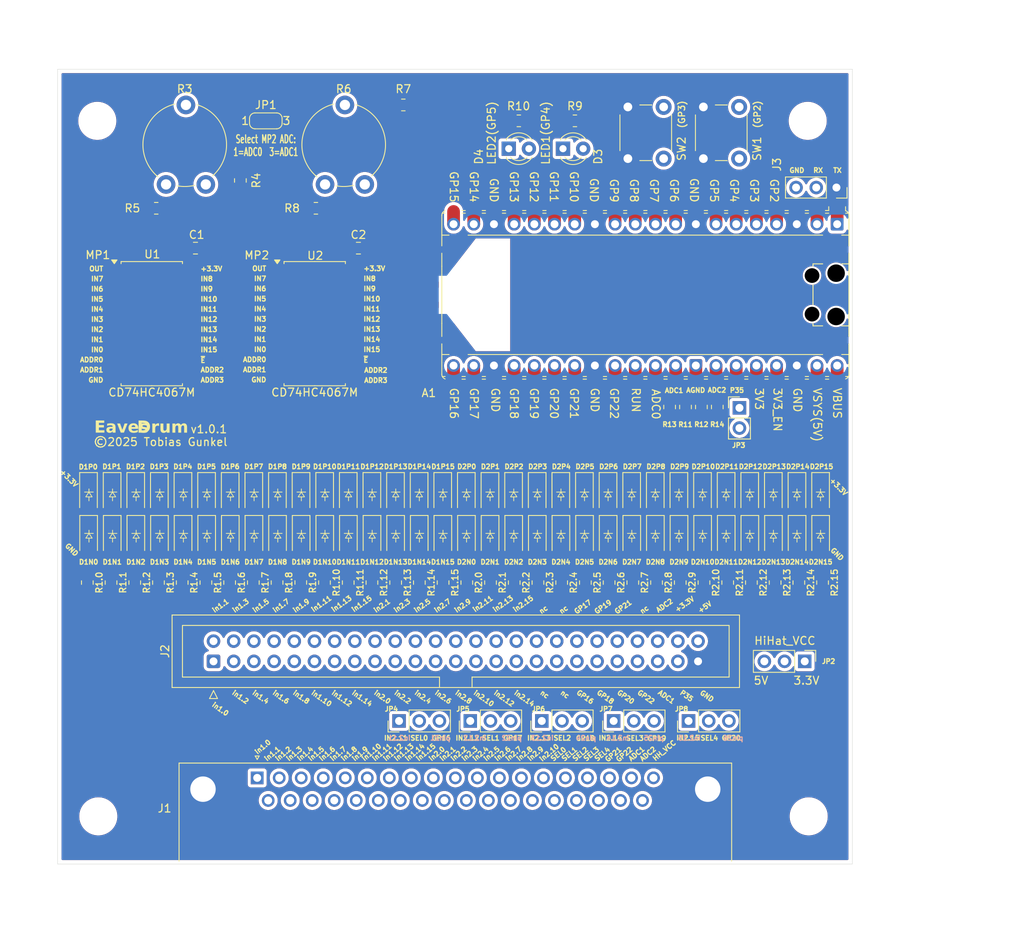
<source format=kicad_pcb>
(kicad_pcb (version 20241229) (generator "pcbnew") (generator_version "9.0")
  (title_block (title "EavesDrum") (date "2025-06-18") (rev "${VERSION}") (company "${AUTHOR}"))
  (layers (0 "F.Cu" signal) (2 "B.Cu" signal) (13 "F.Paste" user) (15 "B.Paste" user) (5 "F.SilkS" user "F.Silkscreen") (7 "B.SilkS" user "B.Silkscreen") (1 "F.Mask" user) (3 "B.Mask" user) (25 "Edge.Cuts" user))
  (property "AUTHOR" "Tobias Gunkel")
  (property "COPYRIGHT" "2025")
  (property "VERSION" "1.0.1")
  (net 0 "")
  (net 1 "GND")
  (net 2 "+3.3V")
  (net 3 "+5V")
  (net 4 "Net-(A1-GPIO0)")
  (net 5 "/gpio19")
  (net 6 "Net-(A1-AGND)")
  (net 7 "/gpio18")
  (net 8 "/gpio20")
  (net 9 "/gpio22")
  (net 10 "/gpio21")
  (net 14 "Net-(JP1-C)")
  (net 15 "/addr1_0")
  (net 16 "/addr1_2")
  (net 17 "/addr2_2")
  (net 18 "/nEna2")
  (net 19 "/addr2_0")
  (net 20 "/addr1_3")
  (net 21 "/addr2_3")
  (net 22 "/addr1_1")
  (net 23 "/nEna1")
  (net 24 "/addr2_1")
  (net 25 "/in2_14")
  (net 26 "/in1_2")
  (net 27 "/in1_5")
  (net 28 "/in2_8")
  (net 29 "/in2_5")
  (net 30 "/in2_3")
  (net 31 "/in2_13")
  (net 32 "/in2_10")
  (net 33 "/in1_8")
  (net 34 "/in1_12")
  (net 35 "/in1_0")
  (net 36 "/in1_7")
  (net 37 "/in2_4")
  (net 38 "/in1_15")
  (net 39 "/in2_11")
  (net 40 "/in2_6")
  (net 41 "/in2_0")
  (net 42 "/in1_13")
  (net 43 "/in2_9")
  (net 44 "/in2_12")
  (net 45 "/in1_11")
  (net 46 "/in2_1")
  (net 47 "/in1_9")
  (net 48 "/in1_14")
  (net 49 "/in1_3")
  (net 50 "/in2_2")
  (net 51 "/in1_10")
  (net 52 "/in1_4")
  (net 53 "/in2_7")
  (net 54 "/in2_15")
  (net 55 "/in1_6")
  (net 56 "/in1_1")
  (net 57 "Net-(D1N0-K)")
  (net 58 "Net-(D1N1-K)")
  (net 59 "Net-(D1N2-K)")
  (net 60 "Net-(D1N3-K)")
  (net 61 "Net-(D1N4-K)")
  (net 62 "Net-(D1N5-K)")
  (net 63 "Net-(D1N6-K)")
  (net 64 "Net-(D1N7-K)")
  (net 65 "Net-(D1N8-K)")
  (net 66 "Net-(D1N9-K)")
  (net 67 "Net-(D1N10-K)")
  (net 68 "Net-(D1N11-K)")
  (net 69 "Net-(D1N12-K)")
  (net 70 "Net-(D1N13-K)")
  (net 71 "Net-(D1N14-K)")
  (net 72 "Net-(D1N15-K)")
  (net 73 "Net-(D2N0-K)")
  (net 74 "Net-(D2N1-K)")
  (net 75 "Net-(D2N2-K)")
  (net 76 "Net-(D2N3-K)")
  (net 77 "Net-(D2N4-K)")
  (net 78 "Net-(D2N5-K)")
  (net 79 "Net-(D2N6-K)")
  (net 80 "Net-(D2N7-K)")
  (net 81 "Net-(D2N8-K)")
  (net 82 "Net-(D2N9-K)")
  (net 83 "Net-(D2N10-K)")
  (net 84 "Net-(D2N11-K)")
  (net 85 "Net-(D2N12-K)")
  (net 86 "Net-(D2N13-K)")
  (net 87 "Net-(D2N14-K)")
  (net 88 "Net-(D2N15-K)")
  (net 89 "Net-(A1-GPIO1)")
  (net 91 "adc2")
  (net 92 "adc0")
  (net 93 "adc1")
  (net 94 "/gpio5")
  (net 95 "/gpio17")
  (net 96 "/gpio3")
  (net 97 "/gpio4")
  (net 98 "/gpio16")
  (net 99 "/gpio2")
  (net 102 "Net-(A1-ADC_VREF)")
  (net 103 "/sel3")
  (net 104 "/sel2")
  (net 105 "/sel0")
  (net 106 "/sel1")
  (net 109 "Net-(R3-Pad1)")
  (net 111 "Net-(D3-K)")
  (net 112 "Net-(D4-K)")
  (net 113 "Net-(R6-Pad1)")
  (net 115 "/sel4")
  (net 116 "hh_vcc")
  (net 117 "pin35")
  (footprint "Resistor_SMD:R_0805_2012Metric" (layer "F.Cu") (at 80.679 102.5893 -90)
    (property "Reference" "R1.4")
    (property "Value" "1k")
  )
  (footprint "Diode_SMD:D_MiniMELF" (layer "F.Cu") (at 83.7605 96.806 -90)
    (property "Reference" "D1N5")
    (property "Value" "BAS85")
  )
  (footprint "Diode_SMD:D_MiniMELF" (layer "F.Cu") (at 149.1237 96.806 -90)
    (property "Reference" "D2N11")
    (property "Value" "BAS85")
  )
  (footprint "Diode_SMD:D_MiniMELF" (layer "F.Cu") (at 155.0514 91.4143 -90)
    (property "Reference" "D2P13")
    (property "Value" "BAS85")
  )
  (footprint "Diode_SMD:D_MiniMELF" (layer "F.Cu") (at 158.0368 96.806 -90)
    (property "Reference" "D2N14")
    (property "Value" "BAS85")
  )
  (footprint "Resistor_SMD:R_0805_2012Metric" (layer "F.Cu") (at 97.5 55.5)
    (property "Reference" "R8")
    (property "Value" "330")
  )
  (footprint "Resistor_SMD:R_0805_2012Metric" (layer "F.Cu") (at 86.6467 102.5893 -90)
    (property "Reference" "R1.6")
    (property "Value" "1k")
  )
  (footprint "Package_SO:SOIC-24W_7.5x15.4mm_P1.27mm" (layer "F.Cu") (at 76.85 70.015)
    (property "Reference" "U1")
    (property "Value" "CD74HC4067M")
  )
  (footprint "Diode_SMD:D_MiniMELF" (layer "F.Cu") (at 77.8184 96.806 -90)
    (property "Reference" "D1N3")
    (property "Value" "BAS85")
  )
  (footprint "Resistor_SMD:R_0805_2012Metric" (layer "F.Cu") (at 104.55 102.5893 -90)
    (property "Reference" "R1.12")
    (property "Value" "1k")
  )
  (footprint "Diode_SMD:D_MiniMELF" (layer "F.Cu") (at 116.4421 96.806 -90)
    (property "Reference" "D2N0")
    (property "Value" "BAS85")
  )
  (footprint "Diode_SMD:D_MiniMELF" (layer "F.Cu") (at 146.1526 96.806 -90)
    (property "Reference" "D2N10")
    (property "Value" "BAS85")
  )
  (footprint "Diode_SMD:D_MiniMELF" (layer "F.Cu") (at 131.283 91.4143 -90)
    (property "Reference" "D2P5")
    (property "Value" "BAS85")
  )
  (footprint "Resistor_SMD:R_0805_2012Metric" (layer "F.Cu") (at 144 80.5 90)
    (property "Reference" "R11")
    (property "Value" "1M")
  )
  (footprint "Diode_SMD:D_MiniMELF" (layer "F.Cu") (at 152.0803 91.4143 -90)
    (property "Reference" "D2P12")
    (property "Value" "BAS85")
  )
  (footprint "Resistor_SMD:R_0805_2012Metric" (layer "F.Cu") (at 77.4125 55.5)
    (property "Reference" "R5")
    (property "Value" "330")
  )
  (footprint "Diode_SMD:D_MiniMELF" (layer "F.Cu") (at 140.1961 91.4143 -90)
    (property "Reference" "D2P8")
    (property "Value" "BAS85")
  )
  (footprint "Diode_SMD:D_MiniMELF" (layer "F.Cu") (at 119.3987 91.4143 -90)
    (property "Reference" "D2P1")
    (property "Value" "BAS85")
  )
  (footprint "Resistor_SMD:R_0805_2012Metric" (layer "F.Cu") (at 146.3241 102.5893 -90)
    (property "Reference" "R2.10")
    (property "Value" "1k")
  )
  (footprint "Resistor_SMD:R_0805_2012Metric" (layer "F.Cu") (at 88 52 90)
    (property "Reference" "R4")
    (property "Value" "2.7k")
  )
  (footprint "Diode_SMD:D_MiniMELF" (layer "F.Cu") (at 140.2105 96.806 -90)
    (property "Reference" "D2N8")
    (property "Value" "BAS85")
  )
  (footprint "Diode_SMD:D_MiniMELF" (layer "F.Cu") (at 74.8329 91.4143 -90)
    (property "Reference" "D1P2")
    (property "Value" "BAS85")
  )
  (footprint "Diode_SMD:D_MiniMELF" (layer "F.Cu") (at 83.7461 91.4143 -90)
    (property "Reference" "D1P5")
    (property "Value" "BAS85")
  )
  (footprint "Resistor_SMD:R_0805_2012Metric" (layer "F.Cu") (at 71.7274 102.5893 -90)
    (property "Reference" "R1.1")
    (property "Value" "1k")
  )
  (footprint "Diode_SMD:D_MiniMELF" (layer "F.Cu") (at 128.3119 91.4143 -90)
    (property "Reference" "D2P4")
    (property "Value" "BAS85")
  )
  (footprint "Connector_IDC:IDC-Header_2x25_P2.54mm_Vertical" (layer "F.Cu") (at 84.62 112.5 90)
    (property "Reference" "J2")
    (property "Value" "Conn_02x20_Odd_Even")
  )
  (footprint "Module:RaspberryPi_Pico_Common_Unspecified" (layer "F.Cu") (at 138.95 66.39 -90)
    (property "Reference" "A1")
    (property "Value" "RaspberryPi_Pico")
  )
  (footprint "Diode_SMD:D_MiniMELF" (layer "F.Cu") (at 134.254 91.4143 -90)
    (property "Reference" "D2P6")
    (property "Value" "BAS85")
  )
  (footprint "Diode_SMD:D_MiniMELF" (layer "F.Cu") (at 89.6882 91.4143 -90)
    (property "Reference" "D1P7")
    (property "Value" "BAS85")
  )
  (footprint "Resistor_SMD:R_0805_2012Metric" (layer "F.Cu") (at 137.3725 102.5893 -90)
    (property "Reference" "R2.7")
    (property "Value" "1k")
  )
  (footprint "Capacitor_SMD:C_0805_2012Metric" (layer "F.Cu") (at 82.35 60.515)
    (property "Reference" "C1")
    (property "Value" "10u")
  )
  (footprint "Button_Switch_THT:SW_PUSH_6mm" (layer "F.Cu") (at 141.25 42.75 -90)
    (property "Reference" "SW2")
    (property "Value" "SW_Push")
  )
  (footprint "Button_Switch_THT:SW_PUSH_6mm" (layer "F.Cu") (at 150.75 42.75 -90)
    (property "Reference" "SW1")
    (property "Value" "SW_Push")
  )
  (footprint "Resistor_SMD:R_0805_2012Metric" (layer "F.Cu") (at 92.6145 102.5893 -90)
    (property "Reference" "R1.8")
    (property "Value" "1k")
  )
  (footprint "Resistor_SMD:R_0805_2012Metric" (layer "F.Cu") (at 125.437 102.5893 -90)
    (property "Reference" "R2.3")
    (property "Value" "1k")
  )
  (footprint "Connector_PinHeader_2.54mm:PinHeader_1x03_P2.54mm_Vertical" (layer "F.Cu") (at 125.92 120 90)
    (property "Reference" "JP6")
    (property "Value" "Jumper")
  )
  (footprint "Connector_Dsub:DSUB-37_Pins_Horizontal_P2.77x2.84mm_EdgePinOffset7.70mm_Housed_MountingHolesOffset9.12mm" (layer "F.Cu") (at 90.115 127.16)
    (property "Reference" "J1")
    (property "Value" "DC37_Pins_MountingHoles")
  )
  (footprint "Diode_SMD:D_MiniMELF" (layer "F.Cu") (at 137.2251 91.4143 -90)
    (property "Reference" "D2P7")
    (property "Value" "BAS85")
  )
  (footprint "Resistor_SMD:R_0805_2012Metric" (layer "F.Cu") (at 116.4854 102.5893 -90)
    (property "Reference" "R2.0")
    (property "Value" "1k")
  )
  (footprint "Capacitor_SMD:C_0805_2012Metric" (layer "F.Cu") (at 102.85 60.515)
    (property "Reference" "C2")
    (property "Value" "10u")
  )
  (footprint "Diode_SMD:D_MiniMELF" (layer "F.Cu") (at 80.775 91.4143 -90)
    (property "Reference" "D1P4")
    (property "Value" "BAS85")
  )
  (footprint "Diode_SMD:D_MiniMELF" (layer "F.Cu") (at 113.471 96.806 -90)
    (property "Reference" "D1N15")
    (property "Value" "BAS85")
  )
  (footprint "Resistor_SMD:R_0805_2012Metric" (layer "F.Cu") (at 146 80.5 90)
    (property "Reference" "R12")
    (property "Value" "1M")
  )
  (footprint "Diode_SMD:D_MiniMELF" (layer "F.Cu") (at 86.7171 91.4143 -90)
    (property "Reference" "D1P6")
    (property "Value" "BAS85")
  )
  (footprint "Resistor_SMD:R_0805_2012Metric" (layer "F.Cu") (at 128.4209 102.5893 -90)
    (property "Reference" "R2.4")
    (property "Value" "1k")
  )
  (footprint "Diode_SMD:D_MiniMELF" (layer "F.Cu") (at 116.4277 91.4143 -90)
    (property "Reference" "D2P0")
    (property "Value" "BAS85")
  )
  (footprint "Diode_SMD:D_MiniMELF" (layer "F.Cu") (at 146.1382 91.4143 -90)
    (property "Reference" "D2P10")
    (property "Value" "BAS85")
  )
  (footprint "Diode_SMD:D_MiniMELF" (layer "F.Cu") (at 101.5724 91.4143 -90)
    (property "Reference" "D1P11")
    (property "Value" "BAS85")
  )
  (footprint "Diode_SMD:D_MiniMELF" (layer "F.Cu") (at 95.6303 91.4143 -90)
    (property "Reference" "D1P9")
    (property "Value" "BAS85")
  )
  (footprint "Diode_SMD:D_MiniMELF" (layer "F.Cu") (at 80.7894 96.806 -90)
    (property "Reference" "D1N4")
    (property "Value" "BAS85")
  )
  (footprint "Resistor_SMD:R_0805_2012Metric" (layer "F.Cu") (at 123.03 44.5)
    (property "Reference" "R10")
    (property "Value" "390")
  )
  (footprint "Diode_SMD:D_MiniMELF" (layer "F.Cu") (at 143.1816 96.806 -90)
    (property "Reference" "D2N9")
    (property "Value" "BAS85")
  )
  (footprint "Resistor_SMD:R_0805_2012Metric" (layer "F.Cu") (at 110.5177 102.5893 -90)
    (property "Reference" "R1.14")
    (property "Value" "1k")
  )
  (footprint "Diode_SMD:D_MiniMELF" (layer "F.Cu") (at 98.6157 96.806 -90)
    (property "Reference" "D1N10")
    (property "Value" "BAS85")
  )
  (footprint "Diode_SMD:D_MiniMELF" (layer "F.Cu") (at 98.6013 91.4143 -90)
    (property "Reference" "D1P10")
    (property "Value" "BAS85")
  )
  (footprint "Diode_SMD:D_MiniMELF" (layer "F.Cu") (at 92.6592 91.4143 -90)
    (property "Reference" "D1P8")
    (property "Value" "BAS85")
  )
  (footprint "Diode_SMD:D_MiniMELF" (layer "F.Cu") (at 161 96.806 -90)
    (property "Reference" "D2N15")
    (property "Value" "BAS85")
  )
  (footprint "MountingHole:MountingHole_4.3mm_M4" (layer "F.Cu") (at 70.125 132)
    (property "Reference" "M4_3" (hide yes))
    (property "Value" "MountingHole_4.3mm_M4")
  )
  (footprint "Package_SO:SOIC-24W_7.5x15.4mm_P1.27mm" (layer "F.Cu") (at 97.35 70.015)
    (property "Reference" "U2")
    (property "Value" "CD74HC4067M")
  )
  (footprint "Diode_SMD:D_MiniMELF" (layer "F.Cu") (at 101.5868 96.806 -90)
    (property "Reference" "D1N11")
    (property "Value" "BAS85")
  )
  (footprint "Diode_SMD:D_MiniMELF" (layer "F.Cu") (at 71.8619 91.4143 -90)
    (property "Reference" "D1P1")
    (property "Value" "BAS85")
  )
  (footprint "Diode_SMD:D_MiniMELF" (layer "F.Cu") (at 86.7315 96.806 -90)
    (property "Reference" "D1N6")
    (property "Value" "BAS85")
  )
  (footprint "Resistor_SMD:R_0805_2012Metric" (layer "F.Cu") (at 131.4048 102.5893 -90)
    (property "Reference" "R2.5")
    (property "Value" "1k")
  )
  (footprint "Connector_PinHeader_2.54mm:PinHeader_1x03_P2.54mm_Vertical" (layer "F.Cu") (at 144.38 120 90)
    (property "Reference" "JP8")
    (property "Value" "Jumper")
  )
  (footprint "Diode_SMD:D_MiniMELF" (layer "F.Cu") (at 104.5579 96.806 -90)
    (property "Reference" "D1N12")
    (property "Value" "BAS85")
  )
  (footprint "Connector_PinHeader_2.54mm:PinHeader_1x02_P2.54mm_Vertical" (layer "F.Cu") (at 150.78573 80.608873)
    (property "Reference" "JP3")
    (property "Value" "Jumper_2_Open")
  )
  (footprint "Diode_SMD:D_MiniMELF" (layer "F.Cu") (at 77.804 91.4143 -90)
    (property "Reference" "D1P3")
    (property "Value" "BAS85")
  )
  (footprint "Diode_SMD:D_MiniMELF" (layer "F.Cu") (at 137.2395 96.806 -90)
    (property "Reference" "D2N7")
    (property "Value" "BAS85")
  )
  (footprint "Resistor_SMD:R_0805_2012Metric" (layer "F.Cu") (at 83.6629 102.5893 -90)
    (property "Reference" "R1.5")
    (property "Value" "1k")
  )
  (footprint "Resistor_SMD:R_0805_2012Metric" (layer "F.Cu") (at 89.6306 102.5893 -90)
    (property "Reference" "R1.7")
    (property "Value" "1k")
  )
  (footprint "Resistor_SMD:R_0805_2012Metric" (layer "F.Cu") (at 142 80.5 -90)
    (property "Reference" "R13")
    (property "Value" "1M")
  )
  (footprint "Resistor_SMD:R_0805_2012Metric" (layer "F.Cu") (at 158.2596 102.5893 -90)
    (property "Reference" "R2.14")
    (property "Value" "1k")
  )
  (footprint "Diode_SMD:D_MiniMELF" (layer "F.Cu") (at 107.5289 96.806 -90)
    (property "Reference" "D1N13")
    (property "Value" "BAS85")
  )
  (footprint "Diode_SMD:D_MiniMELF" (layer "F.Cu") (at 155.0658 96.806 -90)
    (property "Reference" "D2N13")
    (property "Value" "BAS85")
  )
  (footprint "Connector_PinHeader_2.54mm:PinHeader_1x03_P2.54mm_Vertical" (layer "F.Cu") (at 116.92 120 90)
    (property "Reference" "JP5")
    (property "Value" "Jumper")
  )
  (footprint "Diode_SMD:D_MiniMELF" (layer "F.Cu") (at 74.8473 96.806 -90)
    (property "Reference" "D1N2")
    (property "Value" "BAS85")
  )
  (footprint "Diode_SMD:D_MiniMELF" (layer "F.Cu") (at 134.2684 96.806 -90)
    (property "Reference" "D2N6")
    (property "Value" "BAS85")
  )
  (footprint "Resistor_SMD:R_0805_2012Metric" (layer "F.Cu") (at 68.7435 102.5893 -90)
    (property "Reference" "R1.0")
    (property "Value" "1k")
  )
  (footprint "Diode_SMD:D_MiniMELF" (layer "F.Cu") (at 107.5145 91.4143 -90)
    (property "Reference" "D1P13")
    (property "Value" "BAS85")
  )
  (footprint "Resistor_SMD:R_0805_2012Metric" (layer "F.Cu") (at 143.3403 102.5893 -90)
    (property "Reference" "R2.9")
    (property "Value" "1k")
  )
  (footprint "Diode_SMD:D_MiniMELF" (layer "F.Cu") (at 125.3408 91.4143 -90)
    (property "Reference" "D2P3")
    (property "Value" "BAS85")
  )
  (footprint "Diode_SMD:D_MiniMELF" (layer "F.Cu") (at 160.9935 91.4143 -90)
    (property "Reference" "D2P15")
    (property "Value" "BAS85")
  )
  (footprint "Diode_SMD:D_MiniMELF" (layer "F.Cu") (at 149.1093 91.4143 -90)
    (property "Reference" "D2P11")
    (property "Value" "BAS85")
  )
  (footprint "MountingHole:MountingHole_4.3mm_M4" (layer "F.Cu") (at 159.5 132)
    (property "Reference" "M4_4" (hide yes))
    (property "Value" "MountingHole_4.3mm_M4")
  )
  (footprint "Resistor_SMD:R_0805_2012Metric" (layer "F.Cu") (at 148 80.5 -90)
    (property "Reference" "R14")
    (property "Value" "1M")
  )
  (footprint "LED_THT:LED_D3.0mm" (layer "F.Cu") (at 128.585 48)
    (property "Reference" "D3")
    (property "Value" "LED")
  )
  (footprint "Connector_PinSocket_2.54mm:PinSocket_1x03_P2.54mm_Vertical" (layer "F.Cu") (at 162.99 52.89 -90)
    (property "Reference" "J3")
    (property "Value" "Conn_01x03")
  )
  (footprint "Diode_SMD:D_MiniMELF" (layer "F.Cu") (at 158.0224 91.4143 -90)
    (property "Reference" "D2P14")
    (property "Value" "BAS85")
  )
  (footprint "Diode_SMD:D_MiniMELF" (layer "F.Cu") (at 68.8908 91.4143 -90)
    (property "Reference" "D1P0")
    (property "Value" "BAS85")
  )
  (footprint "Resistor_SMD:R_0805_2012Metric" (layer "F.Cu") (at 130.0875 44.5)
    (property "Reference" "R9")
    (property "Value" "390")
  )
  (footprint "Diode_SMD:D_MiniMELF" (layer "F.Cu") (at 143.1672 91.4143 -90)
    (property "Reference" "D2P9")
    (property "Value" "BAS85")
  )
  (footprint "Potentiometer_THT:Potentiometer_Piher_PT-10-V10_Vertical" (layer "F.Cu") (at 83.65 52.5 90)
    (property "Reference" "R3")
    (property "Value" "5k")
  )
  (footprint "Resistor_SMD:R_0805_2012Metric" (layer "F.Cu") (at 95.5983 102.5781 -90)
    (property "Reference" "R1.9")
    (property "Value" "1k")
  )
  (footprint "Diode_SMD:D_MiniMELF" (layer "F.Cu") (at 110.5 96.806 -90)
    (property "Reference" "D1N14")
    (property "Value" "BAS85")
  )
  (footprint "Resistor_SMD:R_0805_2012Metric" (layer "F.Cu") (at 74.7112 102.5893 -90)
    (property "Reference" "R1.2")
    (property "Value" "1k")
  )
  (footprint "Resistor_SMD:R_0805_2012Metric" (layer "F.Cu") (at 155.2758 102.5893 -90)
    (property "Reference" "R2.13")
    (property "Value" "1k")
  )
  (footprint "Resistor_SMD:R_0805_2012Metric" (layer "F.Cu") (at 152.2919 102.5893 -90)
    (property "Reference" "R2.12")
    (property "Value" "1k")
  )
  (footprint "Diode_SMD:D_MiniMELF" (layer "F.Cu") (at 68.9052 96.806 -90)
    (property "Reference" "D1N0")
    (property "Value" "BAS85")
  )
  (footprint "Resistor_SMD:R_0805_2012Metric" (layer "F.Cu") (at 101.5661 102.5893 -90)
    (property "Reference" "R1.11")
    (property "Value" "1k")
  )
  (footprint "Resistor_SMD:R_0805_2012Metric" (layer "F.Cu") (at 107.5338 102.5893 -90)
    (property "Reference" "R1.13")
    (property "Value" "1k")
  )
  (footprint "Diode_SMD:D_MiniMELF" (layer "F.Cu") (at 113.4566 91.4143 -90)
    (property "Reference" "D1P15")
    (property "Value" "BAS85")
  )
  (footprint "LED_THT:LED_D3.0mm" (layer "F.Cu") (at 121.76 48)
    (property "Reference" "D4")
    (property "Value" "LED")
  )
  (footprint "Resistor_SMD:R_0805_2012Metric" (layer "F.Cu") (at 140.3564 102.5893 -90)
    (property "Reference" "R2.8")
    (property "Value" "1k")
  )
  (footprint "Diode_SMD:D_MiniMELF" (layer "F.Cu") (at 125.3552 96.806 -90)
    (property "Reference" "D2N3")
    (property "Value" "BAS85")
  )
  (footprint "Connector_PinHeader_2.54mm:PinHeader_1x03_P2.54mm_Vertical" (layer "F.Cu") (at 134.96 120 90)
    (property "Reference" "JP7")
    (property "Value" "Jumper")
  )
  (footprint "Diode_SMD:D_MiniMELF" (layer "F.Cu") (at 89.7026 96.806 -90)
    (property "Reference" "D1N7")
    (property "Value" "BAS85")
  )
  (footprint "Diode_SMD:D_MiniMELF" (layer "F.Cu") (at 128.3263 96.806 -90)
    (property "Reference" "D2N4")
    (property "Value" "BAS85")
  )
  (footprint "Resistor_SMD:R_0805_2012Metric" (layer "F.Cu") (at 113.5016 102.5893 -90)
    (property "Reference" "R1.15")
    (property "Value" "1k")
  )
  (footprint "Diode_SMD:D_MiniMELF" (layer "F.Cu") (at 71.8763 96.806 -90)
    (property "Reference" "D1N1")
    (property "Value" "BAS85")
  )
  (footprint "Resistor_SMD:R_0805_2012Metric" (layer "F.Cu") (at 122.4532 102.5893 -90)
    (property "Reference" "R2.2")
    (property "Value" "1k")
  )
  (footprint "Resistor_SMD:R_0805_2012Metric" (layer "F.Cu") (at 108.5 42.5 180)
    (property "Reference" "R7")
    (property "Value" "2.7k")
  )
  (footprint "Diode_SMD:D_MiniMELF" (layer "F.Cu") (at 104.5435 91.4143 -90)
    (property "Reference" "D1P12")
    (property "Value" "BAS85")
  )
  (footprint "Resistor_SMD:R_0805_2012Metric" (layer "F.Cu") (at 119.4693 102.5893 -90)
    (property "Reference" "R2.1")
    (property "Value" "1k")
  )
  (footprint "Potentiometer_THT:Potentiometer_Piher_PT-10-V10_Vertical" (layer "F.Cu") (at 103.65 52.5 90)
    (property "Reference" "R6")
    (property "Value" "5k")
  )
  (footprint "Diode_SMD:D_MiniMELF" (layer "F.Cu") (at 92.6736 96.806 -90)
    (property "Reference" "D1N8")
    (property "Value" "BAS85")
  )
  (footprint "Resistor_SMD:R_0805_2012Metric" (layer "F.Cu") (at 161.2435 102.5893 -90)
    (property "Reference" "R2.15")
    (property "Value" "1k")
  )
  (footprint "Jumper:SolderJumper-3_P1.3mm_Bridged12_RoundedPad1.0x1.5mm_NumberLabels" (layer "F.Cu") (at 91.2 44.5)
    (property "Reference" "JP1")
    (property "Value" "Jumper_3")
  )
  (footprint "Diode_SMD:D_MiniMELF" (layer "F.Cu") (at 152.0947 96.806 -90)
    (property "Reference" "D2N12")
    (property "Value" "BAS85")
  )
  (footprint "Resistor_SMD:R_0805_2012Metric" (layer "F.Cu") (at 98.5822 102.5893 -90)
    (property "Reference" "R1.10")
    (property "Value" "1k")
  )
  (footprint "Resistor_SMD:R_0805_2012Metric" (layer "F.Cu") (at 134.3887 102.5893 -90)
    (property "Reference" "R2.6")
    (property "Value" "1k")
  )
  (footprint "Connector_PinHeader_2.54mm:PinHeader_1x03_P2.54mm_Vertical" (layer "F.Cu") (at 107.96 120 90)
    (property "Reference" "JP4")
    (property "Value" "Jumper")
  )
  (footprint "Diode_SMD:D_MiniMELF" (layer "F.Cu") (at 122.3842 96.806 -90)
    (property "Reference" "D2N2")
    (property "Value" "BAS85")
  )
  (footprint "MountingHole:MountingHole_4.3mm_M4" (layer "F.Cu") (at 159.375 44.5)
    (property "Reference" "M4_2" (hide yes))
    (property "Value" "MountingHole_4.3mm_M4")
  )
  (footprint "Resistor_SMD:R_0805_2012Metric" (layer "F.Cu") (at 149.308 102.5893 -90)
    (property "Reference" "R2.11")
    (property "Value" "1k")
  )
  (footprint "Diode_SMD:D_MiniMELF" (layer "F.Cu") (at 119.4131 96.806 -90)
    (property "Reference" "D2N1")
    (property "Value" "BAS85")
  )
  (footprint "Diode_SMD:D_MiniMELF" (layer "F.Cu") (at 95.6447 96.806 -90)
    (property "Reference" "D1N9")
    (property "Value" "BAS85")
  )
  (footprint "Diode_SMD:D_MiniMELF" (layer "F.Cu") (at 131.2974 96.806 -90)
    (property "Reference" "D2N5")
    (property "Value" "BAS85")
  )
  (footprint "Connector_PinHeader_2.54mm:PinHeader_1x03_P2.54mm_Vertical" (layer "F.Cu") (at 159 112.5 -90)
    (property "Reference" "JP2")
    (property "Value" "Jumper")
  )
  (footprint "MountingHole:MountingHole_4.3mm_M4" (layer "F.Cu") (at 70 44.5)
    (property "Reference" "M4_1" (hide yes))
    (property "Value" "MountingHole_4.3mm_M4")
  )
  (footprint "Diode_SMD:D_MiniMELF" (layer "F.Cu") (at 122.3698 91.4143 -90)
    (property "Reference" "D2P2")
    (property "Value" "BAS85")
  )
  (footprint "Diode_SMD:D_MiniMELF" (layer "F.Cu") (at 110.4856 91.4143 -90)
    (property "Reference" "D1P14")
    (property "Value" "BAS85")
  )
  (footprint "Resistor_SMD:R_0805_2012Metric" (layer "F.Cu") (at 77.6951 102.5893 -90)
    (property "Reference" "R1.3")
    (property "Value" "1k")
  )
  (gr_line (start 122.937934 91.205238) (end 121.839725 91.205238) (stroke (width 0.1)) (layer "F.SilkS"))
  (gr_line (start 71.913945 91.808284) (end 71.913945 92.308284) (stroke (width 0.1)) (layer "F.SilkS"))
  (gr_poly (pts (xy 83.397904 97) (xy 83.797904 96.4) (xy 84.197904 97)) (stroke (width 0.1)) (fill no) (layer "F.SilkS"))
  (gr_line (start 140.2097 97.001837) (end 140.2097 97.501837) (stroke (width 0.1)) (layer "F.SilkS"))
  (gr_line (start 89.734755 97.001837) (end 89.734755 97.501837) (stroke (width 0.1)) (layer "F.SilkS"))
  (gr_line (start 87.308562 91.205238) (end 86.210353 91.205238) (stroke (width 0.1)) (layer "F.SilkS"))
  (gr_line (start 155.598192 91.205238) (end 154.499983 91.205238) (stroke (width 0.1)) (layer "F.SilkS"))
  (gr_line (start 86.761922 90.805666) (end 86.761922 91.229747) (stroke (width 0.1)) (layer "F.SilkS"))
  (gr_poly (pts (xy 89.336132 97) (xy 89.736132 96.4) (xy 90.136132 97)) (stroke (width 0.1)) (fill no) (layer "F.SilkS"))
  (gr_poly (pts (xy 142.774067 91.806447) (xy 143.174067 91.206447) (xy 143.574067 91.806447)) (stroke (width 0.1)) (fill no) (layer "F.SilkS"))
  (gr_line (start 108.098487 96.398791) (end 107.000278 96.398791) (stroke (width 0.1)) (layer "F.SilkS"))
  (gr_line (start 71.91635 90.805666) (end 71.91635 91.229747) (stroke (width 0.1)) (layer "F.SilkS"))
  (gr_line (start 128.876163 91.205238) (end 127.777954 91.205238) (stroke (width 0.1)) (layer "F.SilkS"))
  (gr_line (start 137.78963 96.398791) (end 136.691421 96.398791) (stroke (width 0.1)) (layer "F.SilkS"))
  (gr_line (start 122.397418 95.999219) (end 122.397418 96.4233) (stroke (width 0.1)) (layer "F.SilkS"))
  (gr_poly (pts (xy 139.804953 91.806447) (xy 140.204953 91.206447) (xy 140.604953 91.806447)) (stroke (width 0.1)) (fill no) (layer "F.SilkS"))
  (gr_line (start 86.765641 97.001837) (end 86.765641 97.501837) (stroke (width 0.1)) (layer "F.SilkS"))
  (gr_line (start 158.018262 91.808284) (end 158.018262 92.308284) (stroke (width 0.1)) (layer "F.SilkS"))
  (gr_poly (pts (xy 130.897609 91.806447) (xy 131.297609 91.206447) (xy 131.697609 91.806447)) (stroke (width 0.1)) (fill no) (layer "F.SilkS"))
  (gr_poly (pts (xy 110.113809 91.806447) (xy 110.513809 91.206447) (xy 110.913809 91.806447)) (stroke (width 0.1)) (fill no) (layer "F.SilkS"))
  (gr_poly (pts (xy 157.619639 91.806447) (xy 158.019639 91.206447) (xy 158.419639 91.806447)) (stroke (width 0.1)) (fill no) (layer "F.SilkS"))
  (gr_line (start 134.820516 96.398791) (end 133.722307 96.398791) (stroke (width 0.1)) (layer "F.SilkS"))
  (gr_line (start 122.388889 91.808284) (end 122.388889 92.308284) (stroke (width 0.1)) (layer "F.SilkS"))
  (gr_poly (pts (xy 154.650524 91.806447) (xy 155.050524 91.206447) (xy 155.450524 91.806447)) (stroke (width 0.1)) (fill no) (layer "F.SilkS"))
  (gr_line (start 92.697746 91.808284) (end 92.697746 92.308284) (stroke (width 0.1)) (layer "F.SilkS"))
  (gr_line (start 143.17269 91.808284) (end 143.17269 92.308284) (stroke (width 0.1)) (layer "F.SilkS"))
  (gr_line (start 122.395013 97.001837) (end 122.395013 97.501837) (stroke (width 0.1)) (layer "F.SilkS"))
  (gr_line (start 110.514837 90.805666) (end 110.514837 91.229747) (stroke (width 0.1)) (layer "F.SilkS"))
  (gr_line (start 101.613618 95.999219) (end 101.613618 96.4233) (stroke (width 0.1)) (layer "F.SilkS"))
  (gr_line (start 152.080033 91.808284) (end 152.080033 92.308284) (stroke (width 0.1)) (layer "F.SilkS"))
  (gr_line (start 81.376457 96.398791) (end 80.278248 96.398791) (stroke (width 0.1)) (layer "F.SilkS"))
  (gr_line (start 113.48767 97.001837) (end 113.48767 97.501837) (stroke (width 0.1)) (layer "F.SilkS"))
  (gr_poly (pts (xy 74.490561 97) (xy 74.890561 96.4) (xy 75.290561 97)) (stroke (width 0.1)) (fill no) (layer "F.SilkS"))
  (gr_line (start 125.360409 90.805666) (end 125.360409 91.229747) (stroke (width 0.1)) (layer "F.SilkS"))
  (gr_line (start 93.252915 96.398791) (end 92.154706 96.398791) (stroke (width 0.1)) (layer "F.SilkS"))
  (gr_line (start 119.96882 91.205238) (end 118.870611 91.205238) (stroke (width 0.1)) (layer "F.SilkS"))
  (gr_line (start 137.234461 91.808284) (end 137.234461 92.308284) (stroke (width 0.1)) (layer "F.SilkS"))
  (gr_line (start 155.604316 96.398791) (end 154.506107 96.398791) (stroke (width 0.1)) (layer "F.SilkS"))
  (gr_line (start 131.845277 91.205238) (end 130.747068 91.205238) (stroke (width 0.1)) (layer "F.SilkS"))
  (gr_line (start 92.700151 90.805666) (end 92.700151 91.229747) (stroke (width 0.1)) (layer "F.SilkS"))
  (gr_poly (pts (xy 80.422665 91.806447) (xy 80.822665 91.206447) (xy 81.222665 91.806447)) (stroke (width 0.1)) (fill no) (layer "F.SilkS"))
  (gr_line (start 110.512432 91.808284) (end 110.512432 92.308284) (stroke (width 0.1)) (layer "F.SilkS"))
  (gr_line (start 83.792808 90.805666) (end 83.792808 91.229747) (stroke (width 0.1)) (layer "F.SilkS"))
  (gr_poly (pts (xy 113.089047 97) (xy 113.489047 96.4) (xy 113.889047 97)) (stroke (width 0.1)) (fill no) (layer "F.SilkS"))
  (gr_line (start 113.481546 91.808284) (end 113.481546 92.308284) (stroke (width 0.1)) (layer "F.SilkS"))
  (gr_line (start 95.66686 91.808284) (end 95.66686 92.308284) (stroke (width 0.1)) (layer "F.SilkS"))
  (gr_line (start 68.95336 95.999219) (end 68.95336 96.4233) (stroke (width 0.1)) (layer "F.SilkS"))
  (gr_line (start 92.706275 95.999219) (end 92.706275 96.4233) (stroke (width 0.1)) (layer "F.SilkS"))
  (gr_poly (pts (xy 127.934619 97) (xy 128.334619 96.4) (xy 128.734619 97)) (stroke (width 0.1)) (fill no) (layer "F.SilkS"))
  (gr_line (start 149.666088 96.398791) (end 148.567879 96.398791) (stroke (width 0.1)) (layer "F.SilkS"))
  (gr_line (start 96.215905 91.205238) (end 95.117696 91.205238) (stroke (width 0.1)) (layer "F.SilkS"))
  (gr_poly (pts (xy 151.687534 97) (xy 152.087534 96.4) (xy 152.487534 97)) (stroke (width 0.1)) (fill no) (layer "F.SilkS"))
  (gr_line (start 134.267752 90.805666) (end 134.267752 91.229747) (stroke (width 0.1)) (layer "F.SilkS"))
  (gr_poly (pts (xy 130.903733 97) (xy 131.303733 96.4) (xy 131.703733 97)) (stroke (width 0.1)) (fill no) (layer "F.SilkS"))
  (gr_line (start 128.329523 90.805666) (end 128.329523 91.229747) (stroke (width 0.1)) (layer "F.SilkS"))
  (gr_poly (pts (xy 116.052038 91.806447) (xy 116.452038 91.206447) (xy 116.852038 91.806447)) (stroke (width 0.1)) (fill no) (layer "F.SilkS"))
  (gr_line (start 160.9935 97.001837) (end 160.9935 97.501837) (stroke (width 0.1)) (layer "F.SilkS"))
  (gr_line (start 74.88306 91.808284) (end 74.88306 92.308284) (stroke (width 0.1)) (layer "F.SilkS"))
  (gr_poly (pts (xy 142.780191 97) (xy 143.180191 96.4) (xy 143.580191 97)) (stroke (width 0.1)) (fill no) (layer "F.SilkS"))
  (gr_line (start 116.450661 91.808284) (end 116.450661 92.308284) (stroke (width 0.1)) (layer "F.SilkS"))
  (gr_line (start 95.669265 90.805666) (end 95.669265 91.229747) (stroke (width 0.1)) (layer "F.SilkS"))
  (gr_line (start 98.63838 90.805666) (end 98.63838 91.229747) (stroke (width 0.1)) (layer "F.SilkS"))
  (gr_line (start 78.401219 91.205238) (end 77.30301 91.205238) (stroke (width 0.1)) (layer "F.SilkS"))
  (gr_line (start 81.370333 91.205238) (end 80.272124 91.205238) (stroke (width 0.1)) (layer "F.SilkS"))
  (gr_line (start 102.154134 91.205238) (end 101.055925 91.205238) (stroke (width 0.1)) (layer "F.SilkS"))
  (gr_line (start 101.611213 97.001837) (end 101.611213 97.501837) (stroke (width 0.1)) (layer "F.SilkS"))
  (gr_line (start 102.160258 96.398791) (end 101.062049 96.398791) (stroke (width 0.1)) (layer "F.SilkS"))
  (gr_line (start 98.644504 95.999219) (end 98.644504 96.4233) (stroke (width 0.1)) (layer "F.SilkS"))
  (gr_line (start 95.675389 95.999219) (end 95.675389 96.4233) (stroke (width 0.1)) (layer "F.SilkS"))
  (gr_line (start 77.852174 91.808284) (end 77.852174 92.308284) (stroke (width 0.1)) (layer "F.SilkS"))
  (gr_line (start 143.181219 95.999219) (end 143.181219 96.4233) (stroke (width 0.1)) (layer "F.SilkS"))
  (gr_line (start 107.551847 95.999219) (end 107.551847 96.4233) (stroke (width 0.1)) (layer "F.SilkS"))
  (gr_line (start 69.493876 91.205238) (end 68.395667 91.205238) (stroke (width 0.1)) (layer "F.SilkS"))
  (gr_line (start 87.314686 96.398791) (end 86.216477 96.398791) (stroke (width 0.1)) (layer "F.SilkS"))
  (gr_line (start 152.088562 95.999219) (end 152.088562 96.4233) (stroke (width 0.1)) (layer "F.SilkS"))
  (gr_line (start 125.358004 91.808284) (end 125.358004 92.308284) (stroke (width 0.1)) (layer "F.SilkS"))
  (gr_poly (pts (xy 86.367018 97) (xy 86.767018 96.4) (xy 87.167018 97)) (stroke (width 0.1)) (fill no) (layer "F.SilkS"))
  (gr_line (start 116.999706 91.205238) (end 115.901497 91.205238) (stroke (width 0.1)) (layer "F.SilkS"))
  (gr_line (start 74.889184 97.001837) (end 74.889184 97.501837) (stroke (width 0.1)) (layer "F.SilkS"))
  (gr_line (start 83.798932 95.999219) (end 83.798932 96.4233) (stroke (width 0.1)) (layer "F.SilkS"))
  (gr_line (start 107.543318 91.808284) (end 107.543318 92.308284) (stroke (width 0.1)) (layer "F.SilkS"))
  (gr_poly (pts (xy 127.928495 91.806447) (xy 128.328495 91.206447) (xy 128.728495 91.806447)) (stroke (width 0.1)) (fill no) (layer "F.SilkS"))
  (gr_line (start 69.5 96.398791) (end 68.401791 96.398791) (stroke (width 0.1)) (layer "F.SilkS"))
  (gr_line (start 143.721735 91.205238) (end 142.623526 91.205238) (stroke (width 0.1)) (layer "F.SilkS"))
  (gr_poly (pts (xy 119.027276 97) (xy 119.427276 96.4) (xy 119.827276 97)) (stroke (width 0.1)) (fill no) (layer "F.SilkS"))
  (gr_line (start 80.829817 95.999219) (end 80.829817 96.4233) (stroke (width 0.1)) (layer "F.SilkS"))
  (gr_poly (pts (xy 139.811077 97) (xy 140.211077 96.4) (xy 140.611077 97)) (stroke (width 0.1)) (fill no) (layer "F.SilkS"))
  (gr_line (start 125.366533 95.999219) (end 125.366533 96.4233) (stroke (width 0.1)) (layer "F.SilkS"))
  (gr_line (start 83.796527 97.001837) (end 83.796527 97.501837) (stroke (width 0.1)) (layer "F.SilkS"))
  (gr_line (start 122.944058 96.398791) (end 121.845849 96.398791) (stroke (width 0.1)) (layer "F.SilkS"))
  (gr_line (start 137.24299 95.999219) (end 137.24299 96.4233) (stroke (width 0.1)) (layer "F.SilkS"))
  (gr_poly (pts (xy 83.39178 91.806447) (xy 83.79178 91.206447) (xy 84.19178 91.806447)) (stroke (width 0.1)) (fill no) (layer "F.SilkS"))
  (gr_line (start 110.518556 97.001837) (end 110.518556 97.501837) (stroke (width 0.1)) (layer "F.SilkS"))
  (gr_line (start 86.768046 95.999219) (end 86.768046 96.4233) (stroke (width 0.1)) (layer "F.SilkS"))
  (gr_poly (pts (xy 74.484437 91.806447) (xy 74.884437 91.206447) (xy 75.284437 91.806447)) (stroke (width 0.1)) (fill no) (layer "F.SilkS"))
  (gr_line (start 71.920069 97.001837) (end 71.920069 97.501837) (stroke (width 0.1)) (layer "F.SilkS"))
  (gr_line (start 71.922474 95.999219) (end 71.922474 96.4233) (stroke (width 0.1)) (layer "F.SilkS"))
  (gr_poly (pts (xy 154.656648 97) (xy 155.056648 96.4) (xy 155.456648 97)) (stroke (width 0.1)) (fill no) (layer "F.SilkS"))
  (gr_line (start 72.469114 96.398791) (end 71.370905 96.398791) (stroke (width 0.1)) (layer "F.SilkS"))
  (gr_line (start 74.891589 95.999219) (end 74.891589 96.4233) (stroke (width 0.1)) (layer "F.SilkS"))
  (gr_line (start 119.419775 91.808284) (end 119.419775 92.308284) (stroke (width 0.1)) (layer "F.SilkS"))
  (gr_line (start 128.882287 96.398791) (end 127.784078 96.398791) (stroke (width 0.1)) (layer "F.SilkS"))
  (gr_line (start 158.573431 96.398791) (end 157.475222 96.398791) (stroke (width 0.1)) (layer "F.SilkS"))
  (gr_poly (pts (xy 160.588753 91.806447) (xy 160.988753 91.206447) (xy 161.388753 91.806447)) (stroke (width 0.1)) (fill no) (layer "F.SilkS"))
  (gr_line (start 83.790403 91.808284) (end 83.790403 92.308284) (stroke (width 0.1)) (layer "F.SilkS"))
  (gr_line (start 96.222029 96.398791) (end 95.12382 96.398791) (stroke (width 0.1)) (layer "F.SilkS"))
  (gr_line (start 143.178814 97.001837) (end 143.178814 97.501837) (stroke (width 0.1)) (layer "F.SilkS"))
  (gr_line (start 158.024386 97.001837) (end 158.024386 97.501837) (stroke (width 0.1)) (layer "F.SilkS"))
  (gr_line (start 119.425899 97.001837) (end 119.425899 97.501837) (stroke (width 0.1)) (layer "F.SilkS"))
  (gr_line (start 137.236866 90.805666) (end 137.236866 91.229747) (stroke (width 0.1)) (layer "F.SilkS"))
  (gr_poly (pts (xy 124.965505 97) (xy 125.365505 96.4) (xy 125.765505 97)) (stroke (width 0.1)) (fill no) (layer "F.SilkS"))
  (gr_line (start 90.277676 91.205238) (end 89.179467 91.205238) (stroke (width 0.1)) (layer "F.SilkS"))
  (gr_line (start 140.203576 91.808284) (end 140.203576 92.308284) (stroke (width 0.1)) (layer "F.SilkS"))
  (gr_line (start 80.823693 90.805666) (end 80.823693 91.229747) (stroke (width 0.1)) (layer "F.SilkS"))
  (gr_poly (pts (xy 104.17558 91.806447) (xy 104.57558 91.206447) (xy 104.97558 91.806447)) (stroke (width 0.1)) (fill no) (layer "F.SilkS"))
  (gr_line (start 131.302356 97.001837) (end 131.302356 97.501837) (stroke (width 0.1)) (layer "F.SilkS"))
  (gr_line (start 146.147928 97.001837) (end 146.147928 97.501837) (stroke (width 0.1)) (layer "F.SilkS"))
  (gr_line (start 77.854579 90.805666) (end 77.854579 91.229747) (stroke (width 0.1)) (layer "F.SilkS"))
  (gr_line (start 80.821288 91.808284) (end 80.821288 92.308284) (stroke (width 0.1)) (layer "F.SilkS"))
  (gr_line (start 99.18502 91.205238) (end 98.086811 91.205238) (stroke (width 0.1)) (layer "F.SilkS"))
  (gr_line (start 149.119448 95.999219) (end 149.119448 96.4233) (stroke (width 0.1)) (layer "F.SilkS"))
  (gr_line (start 143.727859 96.398791) (end 142.62965 96.398791) (stroke (width 0.1)) (layer "F.SilkS"))
  (gr_line (start 77.858298 97.001837) (end 77.858298 97.501837) (stroke (width 0.1)) (layer "F.SilkS"))
  (gr_poly (pts (xy 136.841962 97) (xy 137.241962 96.4) (xy 137.641962 97)) (stroke (width 0.1)) (fill no) (layer "F.SilkS"))
  (gr_line (start 137.240585 97.001837) (end 137.240585 97.501837) (stroke (width 0.1)) (layer "F.SilkS"))
  (gr_line (start 131.851401 96.398791) (end 130.753192 96.398791) (stroke (width 0.1)) (layer "F.SilkS"))
  (gr_poly (pts (xy 124.959381 91.806447) (xy 125.359381 91.206447) (xy 125.759381 91.806447)) (stroke (width 0.1)) (fill no) (layer "F.SilkS"))
  (gr_line (start 84.339448 91.205238) (end 83.241239 91.205238) (stroke (width 0.1)) (layer "F.SilkS"))
  (gr_poly (pts (xy 104.181704 97) (xy 104.581704 96.4) (xy 104.981704 97)) (stroke (width 0.1)) (fill no) (layer "F.SilkS"))
  (gr_line (start 146.144209 90.805666) (end 146.144209 91.229747) (stroke (width 0.1)) (layer "F.SilkS"))
  (gr_poly (pts (xy 110.119933 97) (xy 110.519933 96.4) (xy 110.919933 97)) (stroke (width 0.1)) (fill no) (layer "F.SilkS"))
  (gr_line (start 161.536421 91.205238) (end 160.438212 91.205238) (stroke (width 0.1)) (layer "F.SilkS"))
  (gr_line (start 104.580327 97.001837) (end 104.580327 97.501837) (stroke (width 0.1)) (layer "F.SilkS"))
  (gr_poly (pts (xy 95.268237 91.806447) (xy 95.668237 91.206447) (xy 96.068237 91.806447)) (stroke (width 0.1)) (fill no) (layer "F.SilkS"))
  (gr_poly (pts (xy 148.712296 91.806447) (xy 149.112296 91.206447) (xy 149.512296 91.806447)) (stroke (width 0.1)) (fill no) (layer "F.SilkS"))
  (gr_line (start 131.298637 90.805666) (end 131.298637 91.229747) (stroke (width 0.1)) (layer "F.SilkS"))
  (gr_poly (pts (xy 157.625763 97) (xy 158.025763 96.4) (xy 158.425763 97)) (stroke (width 0.1)) (fill no) (layer "F.SilkS"))
  (gr_poly (pts (xy 101.206466 91.806447) (xy 101.606466 91.206447) (xy 102.006466 91.806447)) (stroke (width 0.1)) (fill no) (layer "F.SilkS"))
  (gr_line (start 125.907049 91.205238) (end 124.80884 91.205238) (stroke (width 0.1)) (layer "F.SilkS"))
  (gr_line (start 75.432105 91.205238) (end 74.333896 91.205238) (stroke (width 0.1)) (layer "F.SilkS"))
  (gr_line (start 116.45919 95.999219) (end 116.45919 96.4233) (stroke (width 0.1)) (layer "F.SilkS"))
  (gr_line (start 125.913173 96.398791) (end 124.814964 96.398791) (stroke (width 0.1)) (layer "F.SilkS"))
  (gr_line (start 78.407343 96.398791) (end 77.309134 96.398791) (stroke (width 0.1)) (layer "F.SilkS"))
  (gr_line (start 90.2838 96.398791) (end 89.185591 96.398791) (stroke (width 0.1)) (layer "F.SilkS"))
  (gr_poly (pts (xy 133.872848 97) (xy 134.272848 96.4) (xy 134.672848 97)) (stroke (width 0.1)) (fill no) (layer "F.SilkS"))
  (gr_poly (pts (xy 92.299123 91.806447) (xy 92.699123 91.206447) (xy 93.099123 91.806447)) (stroke (width 0.1)) (fill no) (layer "F.SilkS"))
  (gr_line (start 134.265347 91.808284) (end 134.265347 92.308284) (stroke (width 0.1)) (layer "F.SilkS"))
  (gr_line (start 104.576608 90.805666) (end 104.576608 91.229747) (stroke (width 0.1)) (layer "F.SilkS"))
  (gr_line (start 93.246791 91.205238) (end 92.148582 91.205238) (stroke (width 0.1)) (layer "F.SilkS"))
  (gr_line (start 146.150333 95.999219) (end 146.150333 96.4233) (stroke (width 0.1)) (layer "F.SilkS"))
  (gr_line (start 128.333242 97.001837) (end 128.333242 97.501837) (stroke (width 0.1)) (layer "F.SilkS"))
  (gr_line (start 152.086157 97.001837) (end 152.086157 97.501837) (stroke (width 0.1)) (layer "F.SilkS"))
  (gr_poly (pts (xy 95.274361 97) (xy 95.674361 96.4) (xy 96.074361 97)) (stroke (width 0.1)) (fill no) (layer "F.SilkS"))
  (gr_line (start 111.067601 96.398791) (end 109.969392 96.398791) (stroke (width 0.1)) (layer "F.SilkS"))
  (gr_poly (pts (xy 101.21259 97) (xy 101.61259 96.4) (xy 102.01259 97)) (stroke (width 0.1)) (fill no) (layer "F.SilkS"))
  (gr_line (start 158.567307 91.205238) (end 157.469098 91.205238) (stroke (width 0.1)) (layer "F.SilkS"))
  (gr_line (start 134.271471 97.001837) (end 134.271471 97.501837) (stroke (width 0.1)) (layer "F.SilkS"))
  (gr_poly (pts (xy 160.594877 97) (xy 160.994877 96.4) (xy 161.394877 97)) (stroke (width 0.1)) (fill no) (layer "F.SilkS"))
  (gr_poly (pts (xy 89.330008 91.806447) (xy 89.730008 91.206447) (xy 90.130008 91.806447)) (stroke (width 0.1)) (fill no) (layer "F.SilkS"))
  (gr_line (start 146.141804 91.808284) (end 146.141804 92.308284) (stroke (width 0.1)) (layer "F.SilkS"))
  (gr_line (start 101.605089 91.808284) (end 101.605089 92.308284) (stroke (width 0.1)) (layer "F.SilkS"))
  (gr_line (start 117.00583 96.398791) (end 115.907621 96.398791) (stroke (width 0.1)) (layer "F.SilkS"))
  (gr_poly (pts (xy 148.71842 97) (xy 149.11842 96.4) (xy 149.51842 97)) (stroke (width 0.1)) (fill no) (layer "F.SilkS"))
  (gr_line (start 119.428304 95.999219) (end 119.428304 96.4233) (stroke (width 0.1)) (layer "F.SilkS"))
  (gr_line (start 161.542545 96.398791) (end 160.444336 96.398791) (stroke (width 0.1)) (layer "F.SilkS"))
  (gr_line (start 158.020667 90.805666) (end 158.020667 91.229747) (stroke (width 0.1)) (layer "F.SilkS"))
  (gr_line (start 140.212105 95.999219) (end 140.212105 96.4233) (stroke (width 0.1)) (layer "F.SilkS"))
  (gr_line (start 98.635975 91.808284) (end 98.635975 92.308284) (stroke (width 0.1)) (layer "F.SilkS"))
  (gr_line (start 99.191144 96.398791) (end 98.092935 96.398791) (stroke (width 0.1)) (layer "F.SilkS"))
  (gr_line (start 84.345572 96.398791) (end 83.247363 96.398791) (stroke (width 0.1)) (layer "F.SilkS"))
  (gr_line (start 74.885465 90.805666) (end 74.885465 91.229747) (stroke (width 0.1)) (layer "F.SilkS"))
  (gr_line (start 95.672984 97.001837) (end 95.672984 97.501837) (stroke (width 0.1)) (layer "F.SilkS"))
  (gr_line (start 160.989781 90.805666) (end 160.989781 91.229747) (stroke (width 0.1)) (layer "F.SilkS"))
  (gr_line (start 131.304761 95.999219) (end 131.304761 96.4233) (stroke (width 0.1)) (layer "F.SilkS"))
  (gr_poly (pts (xy 107.144695 91.806447) (xy 107.544695 91.206447) (xy 107.944695 91.806447)) (stroke (width 0.1)) (fill no) (layer "F.SilkS"))
  (gr_line (start 119.42218 90.805666) (end 119.42218 91.229747) (stroke (width 0.1)) (layer "F.SilkS"))
  (gr_line (start 72.46299 91.205238) (end 71.364781 91.205238) (stroke (width 0.1)) (layer "F.SilkS"))
  (gr_line (start 107.545723 90.805666) (end 107.545723 91.229747) (stroke (width 0.1)) (layer "F.SilkS"))
  (gr_poly (pts (xy 80.428789 97) (xy 80.828789 96.4) (xy 81.228789 97)) (stroke (width 0.1)) (fill no) (layer "F.SilkS"))
  (gr_poly (pts (xy 119.021152 91.806447) (xy 119.421152 91.206447) (xy 119.821152 91.806447)) (stroke (width 0.1)) (fill no) (layer "F.SilkS"))
  (gr_line (start 104.582732 95.999219) (end 104.582732 96.4233) (stroke (width 0.1)) (layer "F.SilkS"))
  (gr_line (start 104.574203 91.808284) (end 104.574203 92.308284) (stroke (width 0.1)) (layer "F.SilkS"))
  (gr_line (start 114.030591 91.205238) (end 112.932382 91.205238) (stroke (width 0.1)) (layer "F.SilkS"))
  (gr_line (start 77.860703 95.999219) (end 77.860703 96.4233) (stroke (width 0.1)) (layer "F.SilkS"))
  (gr_line (start 107.549442 97.001837) (end 107.549442 97.501837) (stroke (width 0.1)) (layer "F.SilkS"))
  (gr_poly (pts (xy 92.305247 97) (xy 92.705247 96.4) (xy 93.105247 97)) (stroke (width 0.1)) (fill no) (layer "F.SilkS"))
  (gr_line (start 134.814392 91.205238) (end 133.716183 91.205238) (stroke (width 0.1)) (layer "F.SilkS"))
  (gr_line (start 140.758745 96.398791) (end 139.660536 96.398791) (stroke (width 0.1)) (layer "F.SilkS"))
  (gr_poly (pts (xy 145.749305 97) (xy 146.149305 96.4) (xy 146.549305 97)) (stroke (width 0.1)) (fill no) (layer "F.SilkS"))
  (gr_line (start 160.995905 95.999219) (end 160.995905 96.4233) (stroke (width 0.1)) (layer "F.SilkS"))
  (gr_line (start 128.335647 95.999219) (end 128.335647 96.4233) (stroke (width 0.1)) (layer "F.SilkS"))
  (gr_line (start 89.731036 90.805666) (end 89.731036 91.229747) (stroke (width 0.1)) (layer "F.SilkS"))
  (gr_poly (pts (xy 121.990266 91.806447) (xy 122.390266 91.206447) (xy 122.790266 91.806447)) (stroke (width 0.1)) (fill no) (layer "F.SilkS"))
  (gr_poly (pts (xy 77.459675 97) (xy 77.859675 96.4) (xy 78.259675 97)) (stroke (width 0.1)) (fill no) (layer "F.SilkS"))
  (gr_poly (pts (xy 98.243476 97) (xy 98.643476 96.4) (xy 99.043476 97)) (stroke (width 0.1)) (fill no) (layer "F.SilkS"))
  (gr_line (start 113.483951 90.805666) (end 113.483951 91.229747) (stroke (width 0.1)) (layer "F.SilkS"))
  (gr_line (start 122.391294 90.805666) (end 122.391294 91.229747) (stroke (width 0.1)) (layer "F.SilkS"))
  (gr_line (start 155.049147 91.808284) (end 155.049147 92.308284) (stroke (width 0.1)) (layer "F.SilkS"))
  (gr_line (start 116.456785 97.001837) (end 116.456785 97.501837) (stroke (width 0.1)) (layer "F.SilkS"))
  (gr_line (start 149.659964 91.205238) (end 148.561755 91.205238) (stroke (width 0.1)) (layer "F.SilkS"))
  (gr_line (start 80.827412 97.001837) (end 80.827412 97.501837) (stroke (width 0.1)) (layer "F.SilkS"))
  (gr_line (start 149.113324 90.805666) (end 149.113324 91.229747) (stroke (width 0.1)) (layer "F.SilkS"))
  (gr_poly (pts (xy 68.552332 97) (xy 68.952332 96.4) (xy 69.352332 97)) (stroke (width 0.1)) (fill no) (layer "F.SilkS"))
  (gr_line (start 89.728631 91.808284) (end 89.728631 92.308284) (stroke (width 0.1)) (layer "F.SilkS"))
  (gr_line (start 101.607494 90.805666) (end 101.607494 91.229747) (stroke (width 0.1)) (layer "F.SilkS"))
  (gr_line (start 143.175095 90.805666) (end 143.175095 91.229747) (stroke (width 0.1)) (layer "F.SilkS"))
  (gr_line (start 89.73716 95.999219) (end 89.73716 96.4233) (stroke (width 0.1)) (layer "F.SilkS"))
  (gr_line (start 128.327118 91.808284) (end 128.327118 92.308284) (stroke (width 0.1)) (layer "F.SilkS"))
  (gr_poly (pts (xy 68.546208 91.806447) (xy 68.946208 91.206447) (xy 69.346208 91.806447)) (stroke (width 0.1)) (fill no) (layer "F.SilkS"))
  (gr_line (start 134.273876 95.999219) (end 134.273876 96.4233) (stroke (width 0.1)) (layer "F.SilkS"))
  (gr_line (start 68.950955 97.001837) (end 68.950955 97.501837) (stroke (width 0.1)) (layer "F.SilkS"))
  (gr_line (start 152.629078 91.205238) (end 151.530869 91.205238) (stroke (width 0.1)) (layer "F.SilkS"))
  (gr_line (start 125.364128 97.001837) (end 125.364128 97.501837) (stroke (width 0.1)) (layer "F.SilkS"))
  (gr_poly (pts (xy 98.237352 91.806447) (xy 98.637352 91.206447) (xy 99.037352 91.806447)) (stroke (width 0.1)) (fill no) (layer "F.SilkS"))
  (gr_poly (pts (xy 113.082923 91.806447) (xy 113.482923 91.206447) (xy 113.882923 91.806447)) (stroke (width 0.1)) (fill no) (layer "F.SilkS"))
  (gr_line (start 149.110919 91.808284) (end 149.110919 92.308284) (stroke (width 0.1)) (layer "F.SilkS"))
  (gr_poly (pts (xy 71.515322 91.806447) (xy 71.915322 91.206447) (xy 72.315322 91.806447)) (stroke (width 0.1)) (fill no) (layer "F.SilkS"))
  (gr_poly (pts (xy 121.99639 97) (xy 122.39639 96.4) (xy 122.79639 97)) (stroke (width 0.1)) (fill no) (layer "F.SilkS"))
  (gr_line (start 98.642099 97.001837) (end 98.642099 97.501837) (stroke (width 0.1)) (layer "F.SilkS"))
  (gr_line (start 116.453066 90.805666) (end 116.453066 91.229747) (stroke (width 0.1)) (layer "F.SilkS"))
  (gr_line (start 152.082438 90.805666) (end 152.082438 91.229747) (stroke (width 0.1)) (layer "F.SilkS"))
  (gr_line (start 68.944831 91.808284) (end 68.944831 92.308284) (stroke (width 0.1)) (layer "F.SilkS"))
  (gr_line (start 108.092363 91.205238) (end 106.994154 91.205238) (stroke (width 0.1)) (layer "F.SilkS"))
  (gr_poly (pts (xy 133.866724 91.806447) (xy 134.266724 91.206447) (xy 134.666724 91.806447)) (stroke (width 0.1)) (fill no) (layer "F.SilkS"))
  (gr_line (start 105.123248 91.205238) (end 104.025039 91.205238) (stroke (width 0.1)) (layer "F.SilkS"))
  (gr_line (start 146.690849 91.205238) (end 145.59264 91.205238) (stroke (width 0.1)) (layer "F.SilkS"))
  (gr_line (start 92.70387 97.001837) (end 92.70387 97.501837) (stroke (width 0.1)) (layer "F.SilkS"))
  (gr_line (start 114.036715 96.398791) (end 112.938506 96.398791) (stroke (width 0.1)) (layer "F.SilkS"))
  (gr_poly (pts (xy 86.360894 91.806447) (xy 86.760894 91.206447) (xy 87.160894 91.806447)) (stroke (width 0.1)) (fill no) (layer "F.SilkS"))
  (gr_line (start 113.490075 95.999219) (end 113.490075 96.4233) (stroke (width 0.1)) (layer "F.SilkS"))
  (gr_line (start 155.051552 90.805666) (end 155.051552 91.229747) (stroke (width 0.1)) (layer "F.SilkS"))
  (gr_poly (pts (xy 107.150819 97) (xy 107.550819 96.4) (xy 107.950819 97)) (stroke (width 0.1)) (fill no) (layer "F.SilkS"))
  (gr_line (start 86.759517 91.808284) (end 86.759517 92.308284) (stroke (width 0.1)) (layer "F.SilkS"))
  (gr_line (start 160.987376 91.808284) (end 160.987376 92.308284) (stroke (width 0.1)) (layer "F.SilkS"))
  (gr_line (start 155.055271 97.001837) (end 155.055271 97.501837) (stroke (width 0.1)) (layer "F.SilkS"))
  (gr_line (start 110.520961 95.999219) (end 110.520961 96.4233) (stroke (width 0.1)) (layer "F.SilkS"))
  (gr_line (start 158.026791 95.999219) (end 158.026791 96.4233) (stroke (width 0.1)) (layer "F.SilkS"))
  (gr_line (start 146.696973 96.398791) (end 145.598764 96.398791) (stroke (width 0.1)) (layer "F.SilkS"))
  (gr_line (start 131.296232 91.808284) (end 131.296232 92.308284) (stroke (width 0.1)) (layer "F.SilkS"))
  (gr_poly (pts (xy 151.68141 91.806447) (xy 152.08141 91.206447) (xy 152.48141 91.806447)) (stroke (width 0.1)) (fill no) (layer "F.SilkS"))
  (gr_line (start 140.205981 90.805666) (end 140.205981 91.229747) (stroke (width 0.1)) (layer "F.SilkS"))
  (gr_line (start 105.129372 96.398791) (end 104.031163 96.398791) (stroke (width 0.1)) (layer "F.SilkS"))
  (gr_poly (pts (xy 71.521446 97) (xy 71.921446 96.4) (xy 72.321446 97)) (stroke (width 0.1)) (fill no) (layer "F.SilkS"))
  (gr_line (start 140.752621 91.205238) (end 139.654412 91.205238) (stroke (width 0.1)) (layer "F.SilkS"))
  (gr_line (start 155.057676 95.999219) (end 155.057676 96.4233) (stroke (width 0.1)) (layer "F.SilkS"))
  (gr_poly (pts (xy 145.743181 91.806447) (xy 146.143181 91.206447) (xy 146.543181 91.806447)) (stroke (width 0.1)) (fill no) (layer "F.SilkS"))
  (gr_line (start 111.061477 91.205238) (end 109.963268 91.205238) (stroke (width 0.1)) (layer "F.SilkS"))
  (gr_poly (pts (xy 77.453551 91.806447) (xy 77.853551 91.206447) (xy 78.253551 91.806447)) (stroke (width 0.1)) (fill no) (layer "F.SilkS"))
  (gr_line (start 149.117043 97.001837) (end 149.117043 97.501837) (stroke (width 0.1)) (layer "F.SilkS"))
  (gr_line (start 137.783506 91.205238) (end 136.685297 91.205238) (stroke (width 0.1)) (layer "F.SilkS"))
  (gr_line (start 152.635202 96.398791) (end 151.536993 96.398791) (stroke (width 0.1)) (layer "F.SilkS"))
  (gr_poly (pts (xy 136.835838 91.806447) (xy 137.235838 91.206447) (xy 137.635838 91.806447)) (stroke (width 0.1)) (fill no) (layer "F.SilkS"))
  (gr_poly (pts (xy 116.058162 97) (xy 116.458162 96.4) (xy 116.858162 97)) (stroke (width 0.1)) (fill no) (layer "F.SilkS"))
  (gr_line (start 68.947236 90.805666) (end 68.947236 91.229747) (stroke (width 0.1)) (layer "F.SilkS"))
  (gr_line (start 75.438229 96.398791) (end 74.34002 96.398791) (stroke (width 0.1)) (layer "F.SilkS"))
  (gr_line (start 119.974944 96.398791) (end 118.876735 96.398791) (stroke (width 0.1)) (layer "F.SilkS"))
  (gr_rect (start 65 38) (end 165 138) (stroke (width 0.05)) (fill no) (layer "Edge.Cuts"))
  (gr_text "GND" (at 132 78 270) (layer "F.SilkS") (effects (font (size 1 1)) (justify left bottom)))
  (gr_text "GP19" (at 133.621799 105.657051 35) (layer "F.SilkS") (effects (font (size 0.6 0.6) (thickness 0.15) (bold yes))))
  (gr_text "GND" (at 65.807665 97.995458 -45) (layer "F.SilkS") (effects (font (size 0.6 0.6)) (justify left bottom)))
  (gr_text "in2.10" (at 126.852627 123.993576 40) (layer "F.SilkS") (effects (font (size 0.6 0.6) (thickness 0.15) (bold yes))))
  (gr_text "+3.3V" (at 143.893082 105.321428 35) (layer "F.SilkS") (effects (font (size 0.6 0.6) (thickness 0.15) (bold yes))))
  (gr_text "ADDR1" (at 67.74607 76.187273 0) (layer "F.SilkS") (effects (font (size 0.6 0.6)) (justify left bottom)))
  (gr_text "in2.6" (at 113.517252 117 -35) (layer "F.SilkS") (effects (font (size 0.6 0.6) (thickness 0.15) (bold yes))))
  (gr_text "in1.5" (at 90.577659 105.5 35) (layer "F.SilkS") (effects (font (size 0.6 0.6) (thickness 0.15) (bold yes))))
  (gr_text "in2.8" (at 123.753056 124.128192 40) (layer "F.SilkS") (effects (font (size 0.6 0.6) (thickness 0.15) (bold yes))))
  (gr_text "in2.0" (at 112.715785 124.128192 40) (layer "F.SilkS") (effects (font (size 0.6 0.6) (thickness 0.15) (bold yes))))
  (gr_text "IN4" (at 89.646071 68.521364 0) (layer "F.SilkS") (effects (font (size 0.6 0.6)) (justify left bottom)))
  (gr_text "5V" (at 152.5 115.5 0) (layer "F.SilkS") (effects (font (size 1 1)) (justify left bottom)))
  (gr_text "Eaves" (at 69.613279 83.979156 0) (layer "F.SilkS") (effects (font (size 1.5 1.5) (thickness 0.3) (bold yes)) (justify left bottom)))
  (gr_text "SEL3" (at 132.158804 124.166671 40) (layer "F.SilkS") (effects (font (size 0.6 0.6) (thickness 0.15) (bold yes))))
  (gr_text "in2.4" (at 110.965527 117 -35) (layer "F.SilkS") (effects (font (size 0.6 0.6) (thickness 0.15) (bold yes))))
  (gr_text "IN13" (at 103.4175 71.066819 0) (layer "F.SilkS") (effects (font (size 0.6 0.6)) (justify left bottom)))
  (gr_text "+5V" (at 146.431912 105.678571 35) (layer "F.SilkS") (effects (font (size 0.6 0.6) (thickness 0.15) (bold yes))))
  (gr_text "GP22" (at 139.034503 116.991582 325) (layer "F.SilkS") (effects (font (size 0.6 0.6) (thickness 0.15) (bold yes))))
  (gr_text "in1.0" (at 85.473778 118.507625 -35) (layer "F.SilkS") (effects (font (size 0.6 0.6) (thickness 0.15) (bold yes))))
  (gr_text "in2.3" (at 108.349467 105.5 35) (layer "F.SilkS") (effects (font (size 0.6 0.6) (thickness 0.15) (bold yes))))
  (gr_text "IN5" (at 69.146071 67.278182 0) (layer "F.SilkS") (effects (font (size 0.6 0.6)) (justify left bottom)))
  (gr_text "SEL4" (at 133.538463 124.166671 40) (layer "F.SilkS") (effects (font (size 0.6 0.6) (thickness 0.15) (bold yes))))
  (gr_text "in2.9" (at 115.965956 105.5 35) (layer "F.SilkS") (effects (font (size 0.6 0.6) (thickness 0.15) (bold yes))))
  (gr_text "ADDR3" (at 103.5 77.5 0) (layer "F.SilkS") (effects (font (size 0.6 0.6)) (justify left bottom)))
  (gr_text "GP18" (at 131.403877 122.533668 0) (layer "F.SilkS") (effects (font (size 0.6 0.6)) (justify bottom)))
  (gr_text "in2.8" (at 116.068977 117 -35) (layer "F.SilkS") (effects (font (size 0.6 0.6) (thickness 0.15) (bold yes))))
  (gr_text "GP18" (at 133.931053 116.991582 325) (layer "F.SilkS") (effects (font (size 0.6 0.6) (thickness 0.15) (bold yes))))
  (gr_text "IN10" (at 82.9175 67.278182 0) (layer "F.SilkS") (effects (font (size 0.6 0.6)) (justify left bottom)))
  (gr_text "in2.14" (at 123.724152 117.168358 -35) (layer "F.SilkS") (effects (font (size 0.6 0.6) (thickness 0.15) (bold yes))))
  (gr_text "AGND" (at 144.009147 78.745308 0) (layer "F.SilkS") (effects (font (size 0.6 0.6)) (justify left bottom)))
  (gr_text "in2.12" (at 121.172427 117.168358 -35) (layer "F.SilkS") (effects (font (size 0.6 0.6) (thickness 0.15) (bold yes))))
  (gr_text "GP7" (at 139.463413 51.700753 270) (layer "F.SilkS") (effects (font (size 1 1)) (justify left bottom)))
  (gr_text "IN1" (at 89.646071 72.339546 0) (layer "F.SilkS") (effects (font (size 0.6 0.6)) (justify left bottom)))
  (gr_text "in1.15" (at 103.271808 105.261905 35) (layer "F.SilkS") (effects (font (size 0.6 0.6) (thickness 0.15) (bold yes))))
  (gr_text "IN12" (at 82.9175 69.823636 0) (layer "F.SilkS") (effects (font (size 0.6 0.6)) (justify left bottom)))
  (gr_text "P35" (at 144.137954 116.848477 -35) (layer "F.SilkS") (effects (font (size 0.6 0.6) (thickness 0.15) (bold yes))))
  (gr_text "ADDR0" (at 88.24607 74.885 0) (layer "F.SilkS") (effects (font (size 0.6 0.6)) (justify left bottom)))
  (gr_text "IN10" (at 103.4175 67.248637 0) (layer "F.SilkS") (effects (font (size 0.6 0.6)) (justify left bottom)))
  (gr_text "in1.12" (at 107.19715 123.944538 40) (layer "F.SilkS") (effects (font (size 0.6 0.6) (thickness 0.15) (bold yes))))
  (gr_text "GP11" (at 126.869919 50.748372 270) (layer "F.SilkS") (effects (font (size 1 1)) (justify left bottom)))
  (gr_text "in1.9" (at 95.655319 105.5 35) (layer "F.SilkS") (effects (font (size 0.6 0.6) (thickness 0.15) (bold yes))))
  (gr_text "GP5" (at 147.01951 51.700753 270) (layer "F.SilkS") (effects (font (size 1 1)) (justify left bottom)))
  (gr_text "in1.6" (at 93.10345 117 -35) (layer "F.SilkS") (effects (font (size 0.6 0.6) (thickness 0.15) (bold yes))))
  (gr_text "3V3_EN" (at 155 78 270) (layer "F.SilkS") (effects (font (size 1 1)) (justify left bottom)))
  (gr_text "GND" (at 144.500811 51.605515 270) (layer "F.SilkS") (effects (font (size 1 1)) (justify left bottom)))
  (gr_text "IN13" (at 82.9175 71.096364 0) (layer "F.SilkS") (effects (font (size 0.6 0.6)) (justify left bottom)))
  (gr_text "nc" (at 128.660104 105.999999 35) (layer "F.SilkS") (effects (font (size 0.6 0.6) (thickness 0.15) (bold yes))))
  (gr_text "RX" (at 160 51.08 0) (layer "F.SilkS") (effects (font (size 0.6 0.6) (thickness 0.15) (bold yes)) (justify left bottom)))
  (gr_text "ADDR0" (at 67.74607 74.914545 0) (layer "F.SilkS") (effects (font (size 0.6 0.6)) (justify left bottom)))
  (gr_text "GP17" (at 131.082969 105.657051 35) (layer "F.SilkS") (effects (font (size 0.6 0.6) (thickness 0.15) (bold yes))))
  (gr_text "IN2.12" (at 115 122.5 0) (layer "F.SilkS") (effects (font (size 0.6 0.6)) (justify left bottom)))
  (gr_text "GP10" (at 129.388618 50.748372 270) (layer "F.SilkS") (effects (font (size 1 1)) (justify left bottom)))
  (gr_text "                v${VERSION}\n©️${COPYRIGHT} ${AUTHOR}\n" (at 69.459156 85.485 0) (layer "F.SilkS") (effects (font (size 1 1)) (justify left bottom)))
  (gr_text "GP21" (at 134.918432 124.211543 40) (layer "F.SilkS") (effects (font (size 0.6 0.6) (thickness 0.15) (bold yes))))
  (gr_text "ADC2" (at 141.354253 105.488095 35) (layer "F.SilkS") (effects (font (size 0.6 0.6) (thickness 0.15) (bold yes))))
  (gr_text "VSYS(5V)" (at 160 78 270) (layer "F.SilkS") (effects (font (size 1 1)) (justify left bottom)))
  (gr_text "GP15" (at 114.276425 50.748372 270) (layer "F.SilkS") (effects (font (size 1 1)) (justify left bottom)))
  (gr_text "in2.7" (at 122.373397 124.128192 40) (layer "F.SilkS") (effects (font (size 0.6 0.6) (thickness 0.15) (bold yes))))
  (gr_text "in2.1" (at 114.095444 124.128192 40) (layer "F.SilkS") (effects (font (size 0.6 0.6) (thickness 0.15) (bold yes))))
  (gr_text "ADC0" (at 139.691499 78.143593 270) (layer "F.SilkS") (effects (font (size 1 1)) (justify left bottom)))
  (gr_text "ADC1" (at 141.31935 78.77539 0) (layer "F.SilkS") (effects (font (size 0.6 0.6)) (justify left bottom)))
  (gr_text "GND" (at 157.5 78 270) (layer "F.SilkS") (effects (font (size 1 1)) (justify left bottom)))
  (gr_text "GP21" (at 136.160628 105.657051 35) (layer "F.SilkS") (effects (font (size 0.6 0.6) (thickness 0.15) (bold yes))))
  (gr_text "GND" (at 131.907317 51.605515 270) (layer "F.SilkS") (effects (font (size 1 1)) (justify left bottom)))
  (gr_text "GP6" (at 141.982112 51.700753 270) (layer "F.SilkS") (effects (font (size 1 1)) (justify left bottom)))
  (gr_text "GND" (at 89.303214 77.430455 0) (layer "F.SilkS") (effects (font (size 0.6 0.6)) (justify left bottom)))
  (gr_text "IN0" (at 69.146071 73.641818 0) (layer "F.SilkS") (effects (font (size 0.6 0.6)) (justify left bottom)))
  (gr_text "ADC1" (at 141.586229 116.974746 325) (layer "F.SilkS") (effects (font (size 0.6 0.6) (thickness 0.15) (bold yes))))
  (gr_text "SEL1" (at 119.5 122.5 0) (layer "F.SilkS") (effects (font (size 0.6 0.6)) (justify bottom)))
  (gr_text "~{E}" (at 103.4175 74.96 0) (layer "F.SilkS") (effects (font (size 0.6 0.6)) (justify left bottom)))
  (gr_text "in2.1" (at 105.810637 105.5 35) (layer "F.SilkS") (effects (font (size 0.6 0.6) (thickness 0.15) (bold yes))))
  (gr_text "in2.2" (at 115.475103 124.128192 40) (layer "F.SilkS") (effects (font (size 0.6 0.6) (thickness 0.15) (bold yes))))
  (gr_text "in2.6" (at 120.993739 124.128192 40) (layer "F.SilkS") (effects (font (size 0.6 0.6) (thickness 0.15) (bold yes))))
  (gr_text "in2.11" (at 118.504786 105.261905 35) (layer "F.SilkS") (effects (font (size 0.6 0.6) (thickness 0.15) (bold yes))))
  (gr_text "in1.10" (at 98.206901 117.168358 -35) (layer "F.SilkS") (effects (font (size 0.6 0.6) (thickness 0.15) (bold yes))))
  (gr_text "3.3V" (at 157.5 115.5 0) (layer "F.SilkS") (effects (font (size 1 1)) (justify left bottom)))
  (gr_text "GP18" (at 121.845966 78 270) (layer "F.SilkS") (effects (font (size 1 1)) (justify left bottom)))
  (gr_text "LED1(GP4)" (at 127 50.10119 90) (layer "F.SilkS") (effects (font (size 1 1)) (justify left bottom)))
  (gr_text "in1.12" (at 100.758626 117.168358 -35) (layer "F.SilkS") (effects (font (size 0.6 0.6) (thickness 0.15) (bold yes))))
  (gr_text "Drum" (at 75 83.985 0) (layer "F.SilkS") (effects (font (size 1.5 1.5) (thickness 0.3) (bold yes)) (justify left bottom)))
  (gr_text "IN9" (at 103.4175 65.97591 0) (layer "F.SilkS") (effects (font (size 0.6 0.6)) (justify left bottom)))
  (gr_text "GP16" (at 131.379328 116.991582 325) (layer "F.SilkS") (effects (font (size 0.6 0.6) (thickness 0.15) (bold yes))))
  (gr_text "Select MP2 ADC:\n1=ADC0  3=ADC1" (at 91.2 49 0) (layer "F.SilkS") (effects (font (size 1 0.6) (thickness 0.15) (bold yes)) (justify bottom)))
  (gr_text "in1.5" (at 97.539538 124.128192 40) (layer "F.SilkS") (effects (font (size 0.6 0.6) (thickness 0.15) (bold yes))))
  (gr_text "nc" (at 126.121275 105.999999 35) (layer "F.SilkS") (effects (font (size 0.6 0.6) (thickness 0.15) (bold yes))))
  (gr_text "SEL0" (at 110.5 122.5 0) (layer "F.SilkS") (effects (font (size 0.6 0.6)) (justify bottom)))
  (gr_text "LED2(GP5)" (at 120.191372 50.10119 90) (layer "F.SilkS") (effects (font (size 1 1)) (justify left bottom)))
  (gr_text "GP12" (at 124.35122 50.748372 270) (layer "F.SilkS") (effects (font (size 1 1)) (justify left bottom)))
  (gr_text "in1.0" (at 90.817994 123.268905 40) (layer "F.SilkS") (effects (font (size 0.6 0.6) (thickness 0.15) (bold yes))))
  (gr_text "GP17" (at 116.808569 78 270) (layer "F.SilkS") (effects (font (size 1 1)) (justify left bottom)))
  (gr_text "in2.13" (at 121.043615 105.261905 35) (layer "F.SilkS") (effects (font (size 0.6 0.6) (thickness 0.15) (bold yes))))
  (gr_text "IN1" (at 69.146071 72.369091 0) (layer "F.SilkS") (effects (font (size 0.6 0.6)) (justify left bottom)))
  (gr_text "MP2" (at 88.4175 62 0) (layer "F.SilkS") (effects (font (size 1 1)) (justify left bottom)))
  (gr_text "GP8" (at 136.944714 51.700753 270) (layer "F.SilkS") (effects (font (size 1 1)) (justify left bottom)))
  (gr_text "in1.3" (at 88.03883 105.5 35) (layer "F.SilkS") (effects (font (size 0.6 0.6) (thickness 0.15) (bold yes))))
  (gr_text "GND" (at 68.803214 77.46 0) (layer "F.SilkS") (effects (font (size 0.6 0.6)) (justify left bottom)))
  (gr_text "GP21" (at 129.402063 78 270) (layer "F.SilkS") (effects (font (size 1 1)) (justify left bottom)))
  (gr_text "in1.13" (at 108.576809 123.944538 40) (layer "F.SilkS") (effects (font (size 0.6 0.6) (thickness 0.15) (bold yes))))
  (gr_text "in2.3" (at 116.854762 124.128192 40) (layer "F.SilkS") (effects (font (size 0.6 0.6) (thickness 0.15) (bold yes))))
  (gr_text "SEL3" (at 137.632444 122.529914 0) (layer "F.SilkS") (effects (font (size 0.6 0.6)) (justify bottom)))
  (gr_text "GP16" (at 114.28987 78 270) (layer "F.SilkS") (effects (font (size 1 1)) (justify left bottom)))
  (gr_text "IN15" (at 103.4175 73.612273 0) (layer "F.SilkS") (effects (font (size 0.6 0.6)) (justify left bottom)))
  (gr_text "+3.3V" (at 82.9175 63.46 0) (layer "F.SilkS") (effects (font (size 0.6 0.6)) (justify left bottom)))
  (gr_text "GP16" (at 112 122.5 0) (layer "F.SilkS") (effects (font (size 0.6 0.6) (thickness 0.15) (bold yes)) (justify left bottom)))
  (gr_text "IN2.11" (at 106 122.5 0) (layer "F.SilkS") (effects (font (size 0.6 0.6)) (justify left bottom)))
  (gr_text "IN15" (at 82.9175 73.641818 0) (layer "F.SilkS") (effects (font (size 0.6 0.6)) (justify left bottom)))
  (gr_text "IN11" (at 82.9175 68.550909 0) (layer "F.SilkS") (effects (font (size 0.6 0.6)) (justify left bottom)))
  (gr_text "in1.14" (at 103.310351 117.168358 -35) (layer "F.SilkS") (effects (font (size 0.6 0.6) (thickness 0.15) (bold yes))))
  (gr_text "in2.5" (at 119.61408 124.128192 40) (layer "F.SilkS") (effects (font (size 0.6 0.6) (thickness 0.15) (bold yes))))
  (gr_text "GP22" (at 134.439461 78 270) (layer "F.SilkS") (effects (font (size 1 1)) (justify left bottom)))
  (gr_text "GP20" (at 136.482778 116.991582 325) (layer "F.SilkS") (effects (font (size 0.6 0.6) (thickness 0.15) (bold yes))))
  (gr_text "ADC2" (at 139.270654 124.152418 40) (layer "F.SilkS") (effects (font (size 0.6 0.6) (thickness 0.15) (bold yes))))
  (gr_text "GP14" (at 116.795124 50.748372 270) (layer "F.SilkS") (effects (font (size 1 1)) (justify left bottom)))
  (gr_text "IN7" (at 89.646071 64.703182 0) (layer "F.SilkS") (effects (font (size 0.6 0.6)) (justify left bottom)))
  (gr_text "GP9" (at 134.426016 51.700753 270) (layer "F.SilkS") (effects (font (size 1 1)) (justify left bottom)))
  (gr_text "IN4" (at 69.146071 68.550909 0) (layer "F.SilkS") (effects (font (size 0.6 0.6)) (justify left bottom)))
  (gr_text "OUT" (at 89.4175 63.430455 0) (layer "F.SilkS") (effects (font (size 0.6 0.6)) (justify left bottom)))
  (gr_text "ADDR2" (at 103.5 76.227273 0) (layer "F.SilkS") (effects (font (size 0.6 0.6)) (justify left bottom)))
  (gr_text "~{E}" (at 82.9175 74.989545 0) (layer "F.SilkS") (effects (font (size 0.6 0.6)) (justify left bottom)))
  (gr_text "TX" (at 162.5 51.08 0) (layer "F.SilkS") (effects (font (size 0.6 0.6) (thickness 0.15) (bold yes)) (justify left bottom)))
  (gr_text "IN3" (at 89.646071 69.794091 0) (layer "F.SilkS") (effects (font (size 0.6 0.6)) (justify left bottom)))
  (gr_text "in1.3" (at 94.78022 124.128192 40) (layer "F.SilkS") (effects (font (size 0.6 0.6) (thickness 0.15) (bold yes))))
  (gr_text "in2.2" (at 108.413801 117 -35) (layer "F.SilkS") (effects (font (size 0.6 0.6) (thickness 0.15) (bold yes))))
  (gr_text "IN14" (at 103.4175 72.339546 0) (layer "F.SilkS") (effects (font (size 0.6 0.6)) (justify left bottom)))
  (gr_text "GND" (at 162.11 98.556037 -45) (layer "F.SilkS") (effects (font (size 0.6 0.6)) (justify left bottom)))
  (gr_text "GP3" (at 152.056907 51.700753 270) (layer "F.SilkS") (effects (font (size 1 1)) (justify left bottom)))
  (gr_text "ADDR2" (at 82.9175 76.187273 0) (layer "F.SilkS") (effects (font (size 0.6 0.6)) (justify left bottom)))
  (gr_text "in1.14" (at 109.956468 123.944538 40) (layer "F.SilkS") (effects (font (size 0.6 0.6) (thickness 0.15) (bold yes))))
  (gr_text "SEL0" (at 128.019827 124.166671 40) (layer "F.SilkS") (effects (font (size 0.6 0.6) (thickness 0.15) (bold yes))))
  (gr_text "SEL2" (at 128.5 122.5 0) (layer "F.SilkS") (effects (font (size 0.6 0.6)) (justify bottom)))
  (gr_text "in1.6" (at 98.919196 124.128192 40) (layer "F.SilkS") (effects (font (size 0.6 0.6) (thickness 0.15) (bold yes))))
  (gr_text "IN3" (at 69.146071 69.823636 0) (layer "F.SilkS") (effects (font (size 0.6 0.6)) (justify left bottom)))
  (gr_text "IN6" (at 69.146071 66.005455 0) (layer "F.SilkS") (effects (font (size 0.6 0.6)) (justify left bottom)))
  (gr_text "GP2" (at 154.575606 51.700753 270) (layer "F.SilkS") (effects (font (size 1 1)) (justify left bottom)))
  (gr_text "in1.10" (at 104.5 123.944538 40) (layer "F.SilkS") (effects (font (size 0.6 0.6) (thickness 0.15) (bold yes))))
  (gr_text "in2.0" (at 105.862076 117 -35) (layer "F.SilkS") (effects (font (size 0.6 0.6) (thickness 0.15) (bold yes))))
  (gr_text "SEL1" (at 129.399486 124.166671 40) (layer "F.SilkS") (effects (font (size 0.6 0.6) (thickness 0.15) (bold yes))))
  (gr_text "IN2.15" (at 142.762808 122.485042 0) (layer "F.SilkS") (effects (font (size 0.6 0.6)) (justify left bottom)))
  (gr_text "IN8" (at 103.4175 64.703182 0) (layer "F.SilkS") (effects (font (size 0.6 0.6)) (justify left bottom)))
  (gr_text "IN5" (at 89.646071 67.248637 0) (layer "F.SilkS") (effects (font (size 0.6 0.6)) (justify left bottom)))
  (gr_text "in1.7" (at 100.298855 124.128192 40) (layer "F.SilkS") (effects (font (size 0.6 0.6) (thickness 0.15) (bold yes))))
  (gr_text "SEL2" (at 130.779145 124.166671 40) (layer "F.SilkS") (effects (font (size 0.6 0.6) (thickness 0.15) (bold yes))))
  (gr_text "GP19" (at 124.364665 78 270) (layer "F.SilkS") (effects (font (size 1 1)) (justify left bottom)))
  (gr_text "+3.3V" (at 103.4175 63.430455 0) (layer "F.SilkS") (effects (font (size 0.6 0.6)) (justify left bottom)))
  (gr_text "IN11" (at 103.4175 68.521364 0) (layer "F.SilkS") (effects (font (size 0.6 0.6)) (justify left bottom)))
  (gr_text "GP13" (at 121.832521 50.748372 270) (layer "F.SilkS") (effects (font (size 1 1)) (justify left bottom)))
  (gr_text "3V3" (at 152.678595 78.005241 270) (layer "F.SilkS") (effects (font (size 1 1)) (justify left bottom)))
  (gr_text "in2.15" (at 123.582445 105.261905 35) (layer "F.SilkS") (effects (font (size 0.6 0.6) (thickness 0.15) (bold yes))))
  (gr_text "SEL4" (at 147 122.5 0) (layer "F.SilkS") (effects (font (size 0.6 0.6)) (justify bottom)))
  (gr_text "OUT" (at 68.9175 63.46 0) (layer "F.SilkS") (effects (font (size 0.6 0.6) (thickness 0.15) (bold yes)) (justify left bottom)))
  (gr_text "MP1" (at 68.4175 61.96 0) (layer "F.SilkS") (effects (font (size 1 1)) (justify left bottom)))
  (gr_text "in2.9" (at 125.132715 124.128192 40) (layer "F.SilkS") (effects (font (size 0.6 0.6) (thickness 0.15) (bold yes))))
  (gr_text "in1.11" (at 105.817491 123.944538 40) (layer "F.SilkS") (effects (font (size 0.6 0.6) (thickness 0.15) (bold yes))))
  (gr_text "in2.10" (at 118.620702 117.168358 -35) (layer "F.SilkS") (effects (font (size 0.6 0.6) (thickness 0.15) (bold yes))))
  (gr_text "VBUS" (at 162.5 78 270) (layer "F.SilkS") (effects (font (size 1 1)) (justify left bottom)))
  (gr_text "IN2" (at 89.646071 71.066819 0) (layer "F.SilkS") (effects (font (size 0.6 0.6)) (justify left bottom)))
  (gr_text "in1.1" (at 92.020902 124.128192 40) (layer "F.SilkS") (effects (font (size 0.6 0.6) (thickness 0.15) (bold yes))))
  (gr_text "IN8" (at 82.9175 64.732727 0) (layer "F.SilkS") (effects (font (size 0.6 0.6)) (justify left bottom)))
  (gr_text "GP20" (at 149.747881 122.5 0) (layer "F.SilkS") (effects (font (size 0.6 0.6)) (justify bottom)))
  (gr_text "in1.4" (at 96.159879 124.128192 40) (layer "F.SilkS") (effects (font (size 0.6 0.6) (thickness 0.15) (bold yes))))
  (gr_text "in1.7" (at 93.116489 105.5 35) (layer "F.SilkS") (effects (font (size 0.6 0.6) (thickness 0.15) (bold yes))))
  (gr_text "in2.5" (at 110.888297 105.5 35) (layer "F.SilkS") (effects (font (size 0.6 0.6) (thickness 0.15) (bold yes))))
  (gr_text "+3.3V" (at 65.179458 88.706957 -45) (layer "F.SilkS") (effects (font (size 0.6 0.6)) (justify left bottom)))
  (gr_text "GP4" (at 149.538208 51.700753 270) (layer "F.SilkS") (effects (font (size 1 1)) (justify left bottom)))
  (gr_text "GP22" (at 136.298091 124.211543 40) (layer "F.SilkS") (effects (font (size 0.6 0.6) (thickness 0.15) (bold yes))))
  (gr_text "in1.8" (at 101.678514 124.128192 40) (layer "F.SilkS") (effects (font (size 0.6 0.6) (thickness 0.15) (bold yes))))
  (gr_text "IN6" (at 89.646071 65.97591 0) (layer "F.SilkS") (effects (font (size 0.6 0.6)) (justify left bottom)))
  (gr_text "nc" (at 128.827603 116.646447 -35) (layer "F.SilkS") (effects (font (size 0.6 0.6) (thickness 0.15) (bold yes))))
  (gr_text "in1.9" (at 103.058173 124.128192 40) (layer "F.SilkS") (effects (font (size 0.6 0.6) (thickness 0.15) (bold yes))))
  (gr_text "ADC2" (at 146.715305 78.726778 0) (layer "F.SilkS") (effects (font (size 0.6 0.6)) (justify left bottom)))
  (gr_text "IN2" (at 69.146071 71.096364 0) (layer "F.SilkS") (effects (font (size 0.6 0.6)) (justify left bottom)))
  (gr_text "GND" (at 119.5 78 270) (layer "F.SilkS") (effects (font (size 1 1)) (justify left bottom)))
  (gr_text "HiHat_VCC" (at 156.5 110.5 0) (layer "F.SilkS") (effects (font (size 1 1)) (justify bottom)))
  (gr_text "GP17" (at 121 122.5 0) (layer "F.SilkS") (effects (font (size 0.6 0.6)) (justify left bottom)))
  (gr_text "GND" (at 119.313823 51.605515 270) (layer "F.SilkS") (effects (font (size 1 1)) (justify left bottom)))
  (gr_text "ADDR1" (at 88.24607 76.157728 0) (layer "F.SilkS") (effects (font (size 0.6 0.6)) (justify left bottom)))
  (gr_text "GND" (at 146.689679 116.873732 -35) (layer "F.SilkS") (effects (font (size 0.6 0.6) (thickness 0.15) (bold yes))))
  (gr_text "GP19" (at 140.384593 122.544871 0) (layer "F.SilkS") (effects (font (size 0.6 0.6)) (justify bottom)))
  (gr_text "ADC1" (at 137.844722 124.142446 40) (layer "F.SilkS") (effects (font (size 0.6 0.6) (thickness 0.15) (bold yes))))
  (gr_text "HH_VCC" (at 141.331715 123.730768 40) (layer "F.SilkS") (effects (font (size 0.6 0.6) (thickness 0.15) (bold yes))))
  (gr_text "in1.4" (at 90.551725 117 -35) (layer "F.SilkS") (effects (font (size 0.6 0.6) (thickness 0.15) (bold yes))))
  (gr_text "IN9" (at 82.9175 66.005455 0) (layer "F.SilkS") (effects (font (size 0.6 0.6)) (justify left bottom)))
  (gr_text "in1.15" (at 111.336126 123.944538 40) (layer "F.SilkS") (effects (font (size 0.6 0.6) (thickness 0.15) (bold yes))))
  (gr_text "in1.13" (at 100.732978 105.261905 35) (layer "F.SilkS") (effects (font (size 0.6 0.6) (thickness 0.15) (bold yes))))
  (gr_text "IN0" (at 89.646071 73.612273 0) (layer "F.SilkS") (effects (font (size 0.6 0.6)) (justify left bottom)))
  (gr_text "GND" (at 157 51.08 0) (layer "F.SilkS") (effects (font (size 0.6 0.6) (thickness 0.15) (bold yes)) (justify left bottom)))
  (gr_text "P35" (at 149.5 78.754818 0) (layer "F.SilkS") (effects (font (size 0.6 0.6)) (justify left bottom)))
  (gr_text "IN12" (at 103.4175 69.794091 0) (layer "F.SilkS") (effects (font (size 0.6 0.6)) (justify left bottom)))
  (gr_text "IN2.14" (at 133 122.5 0) (layer "F.SilkS") (effects (font (size 0.6 0.6)) (justify left bottom)))
  (gr_text "in2.7" (at 113.427126 105.5 35) (layer "F.SilkS") (effects (font (size 0.6 0.6) (thickness 0.15) (bold yes))))
  (gr_text "nc" (at 126.275878 116.646447 -35) (layer "F.SilkS") (effects (font (size 0.6 0.6) (thickness 0.15) (bold yes))))
  (gr_text "in2.4" (at 118.234421 124.128192 40) (layer "F.SilkS") (effects (font (size 0.6 0.6) (thickness 0.15) (bold yes))))
  (gr_text "in1.11" (at 98.194148 105.261905 35) (layer "F.SilkS") (effects (font (size 0.6 0.6) (thickness 0.15) (bold yes))))
  (gr_text "ADDR3" (at 82.9175 77.46 0) (layer "F.SilkS") (effects (font (size 0.6 0.6)) (justify left bottom)))
  (gr_text "in1.2" (at 88 117 -35) (layer "F.SilkS") (effects (font (size 0.6 0.6) (thickness 0.15) (bold yes))))
  (gr_text "RUN" (at 137.17838 77.969778 270) (layer "F.SilkS") (effects (font (size 1 1)) (justify left bottom)))
  (gr_text "in1.8" (at 95.655176 117 -35) (layer "F.SilkS") (effects (font (size 0.6 0.6) (thickness 0.15) (bold yes))))
  (gr_text "in1.1" (at 85.5 105.5 35) (layer "F.SilkS") (effects (font (size 0.6 0.6) (thickness 0.15) (bold yes))))
  (gr_text "(GP2)" (at 153.5 45.5 90) (layer "F.SilkS") (effects (font (size 0.8 0.8)) (justify left bottom)))
  (gr_text "+3.3V" (at 162 89.775306 -45) (layer "F.SilkS") (effects (font (size 0.6 0.6)) (justify left bottom)))
  (gr_text "GP20" (at 126.883364 78 270) (layer "F.SilkS") (effects (font (size 1 1)) (justify left bottom)))
  (gr_text "nc" (at 138.815423 105.999999 35) (layer "F.SilkS") (effects (font (size 0.6 0.6) (thickness 0.15) (bold yes))))
  (gr_text "IN7" (at 69.146071 64.732727 0) (layer "F.SilkS") (effects (font (size 0.6 0.6)) (justify left bottom)))
  (gr_text "(GP3)" (at 144 45.5 90) (layer "F.SilkS") (effects (font (size 0.8 0.8)) (justify left bottom)))
  (gr_text "in1.2" (at 93.400561 124.128192 40) (layer "F.SilkS") (effects (font (size 0.6 0.6) (thickness 0.15) (bold yes))))
  (gr_text "IN14" (at 82.9175 72.369091 0) (layer "F.SilkS") (effects (font (size 0.6 0.6)) (justify left bottom)))
  (gr_text "IN2.13" (at 124 122.5 0) (layer "F.SilkS") (effects (font (size 0.6 0.6)) (justify left bottom)))
  (gr_text "in2.13" (at 127.5 122.5 0) (layer "B.SilkS") (effects (font (size 0.6 0.6)) (justify left bottom mirror)))
  (gr_text "pin22" (at 123.5 122.5 0) (layer "B.SilkS") (effects (font (size 0.6 0.6)) (justify left bottom mirror)))
  (gr_text "pin26" (at 150 122.5 0) (layer "B.SilkS") (effects (font (size 0.6 0.6)) (justify bottom mirror)))
  (gr_text "in2.12" (at 119 122.5 0) (layer "B.SilkS") (effects (font (size 0.6 0.6)) (justify left bottom mirror)))
  (gr_text "pin25" (at 140 122.5 0) (layer "B.SilkS") (effects (font (size 0.6 0.6)) (justify bottom mirror)))
  (gr_text "in2.14" (at 137 122.5 0) (layer "B.SilkS") (effects (font (size 0.6 0.6)) (justify left bottom mirror)))
  (gr_text "in2.15" (at 146 122.5 0) (layer "B.SilkS") (effects (font (size 0.6 0.6)) (justify left bottom mirror)))
  (gr_text "in2.11" (at 109.5 122.5 0) (layer "B.SilkS") (effects (font (size 0.6 0.6)) (justify left bottom mirror)))
  (gr_text "pin21" (at 114.5 122.5 0) (layer "B.SilkS") (effects (font (size 0.6 0.6)) (justify left bottom mirror)))
  (gr_text "pin24" (at 131.5 122.5 0) (layer "B.SilkS") (effects (font (size 0.6 0.6)) (justify bottom mirror)))
  (zone (net 1) (net_name "GND") (layers "F.Cu" "B.Cu") (connect_pads yes (clearance 0.4)) (min_thickness 0.25) (fill yes (thermal_gap 0.5) (thermal_bridge_width 0.5))
    (polygon (pts (xy 65 38) (xy 165 38) (xy 165 138) (xy 65 138)))
  )
)
</source>
